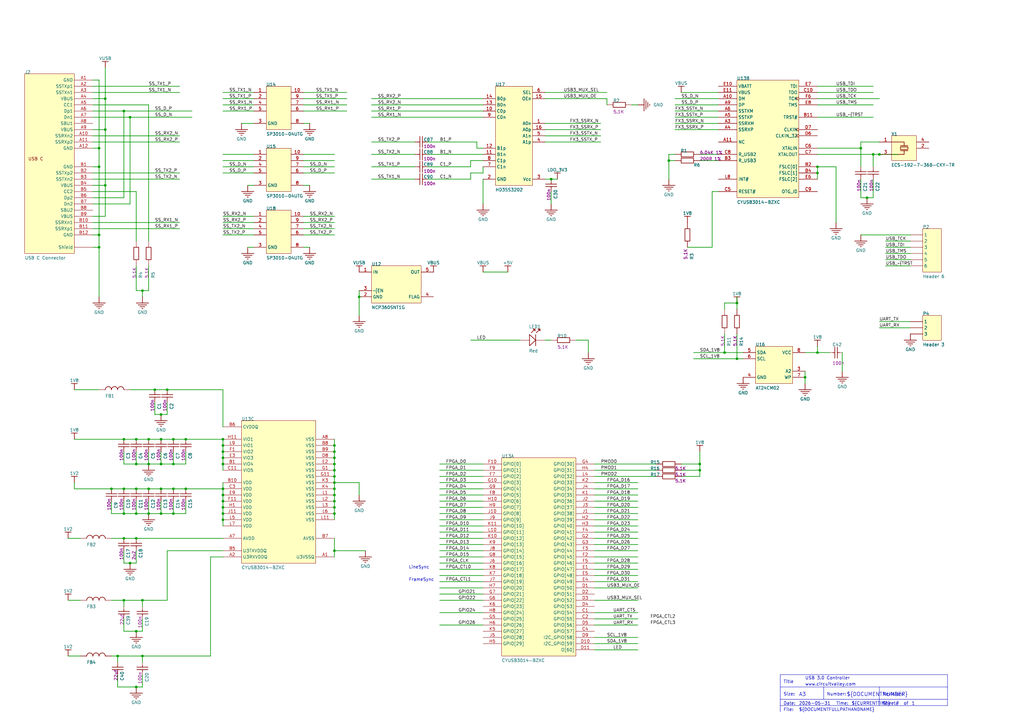
<source format=kicad_sch>
(kicad_sch (version 20211123) (generator eeschema)

  (uuid c8bdfaa1-e034-4286-b9c6-df7a330f3bef)

  (paper "A3")

  

  (junction (at 55.88 200.4822) (diameter 0) (color 0 0 0 0)
    (uuid 03c058f6-3816-4479-ae4b-d74563f4c9ee)
  )
  (junction (at 147.32 121.7422) (diameter 0) (color 0 0 0 0)
    (uuid 050611a8-a56f-4528-b9c2-c0d55fe83fec)
  )
  (junction (at 50.8 180.1622) (diameter 0) (color 0 0 0 0)
    (uuid 17b369eb-c965-4934-9070-88e31fa09ece)
  )
  (junction (at 71.12 200.4822) (diameter 0) (color 0 0 0 0)
    (uuid 1929cdc6-583d-4f93-ab73-697abed50de3)
  )
  (junction (at 91.44 200.4822) (diameter 0) (color 0 0 0 0)
    (uuid 19adf8df-04f5-4a1a-8b08-159281ce10b9)
  )
  (junction (at 137.16 190.3222) (diameter 0) (color 0 0 0 0)
    (uuid 1d74e267-b679-4454-a585-b09f2d8379f8)
  )
  (junction (at 91.44 185.2422) (diameter 0) (color 0 0 0 0)
    (uuid 1fcb5b93-5792-489b-97a8-cd3007b52fb8)
  )
  (junction (at 71.12 210.6422) (diameter 0) (color 0 0 0 0)
    (uuid 20fe6680-6f76-4532-861f-93b13ba580df)
  )
  (junction (at 40.64 101.4222) (diameter 0) (color 0 0 0 0)
    (uuid 214dc9b9-e9a4-4620-8b61-c39fa65ca8f7)
  )
  (junction (at 60.96 200.4822) (diameter 0) (color 0 0 0 0)
    (uuid 240d096c-20ee-46b4-9cdd-0fb309949059)
  )
  (junction (at 66.04 200.4822) (diameter 0) (color 0 0 0 0)
    (uuid 25f37059-8319-4d49-b392-7dd22efe7574)
  )
  (junction (at 53.34 230.9622) (diameter 0) (color 0 0 0 0)
    (uuid 26d17cc4-e996-4818-a553-003e9997e9b3)
  )
  (junction (at 58.42 269.0622) (diameter 0) (color 0 0 0 0)
    (uuid 2b6e7cb4-c921-467a-815d-b507238ce94b)
  )
  (junction (at 335.28 144.6022) (diameter 0) (color 0 0 0 0)
    (uuid 32530a19-9fb5-430b-908c-5f71a9455291)
  )
  (junction (at 287.02 190.3222) (diameter 0) (color 0 0 0 0)
    (uuid 406c8531-d3d1-4fe3-8cae-c0b67344346a)
  )
  (junction (at 50.8 45.5422) (diameter 0) (color 0 0 0 0)
    (uuid 41787b7b-ec31-424d-ba38-d1dc90391926)
  )
  (junction (at 68.58 159.8422) (diameter 0) (color 0 0 0 0)
    (uuid 41acf5b1-429d-401b-88f4-9eda461b8a6d)
  )
  (junction (at 137.16 205.5622) (diameter 0) (color 0 0 0 0)
    (uuid 472e289c-1e74-4b9c-bb4a-1c411e3ee8ad)
  )
  (junction (at 43.18 53.1622) (diameter 0) (color 0 0 0 0)
    (uuid 4a8af81a-915e-4aea-aa02-79d30c7c16a9)
  )
  (junction (at 55.88 190.3222) (diameter 0) (color 0 0 0 0)
    (uuid 4ef0afa9-f574-4ad2-ad73-1d77e92f4835)
  )
  (junction (at 137.16 185.2422) (diameter 0) (color 0 0 0 0)
    (uuid 53bfea6f-2eba-4c3f-87d3-8aaab44ef592)
  )
  (junction (at 66.04 190.3222) (diameter 0) (color 0 0 0 0)
    (uuid 55caffe3-c43b-4673-9441-e59a65e164a9)
  )
  (junction (at 297.18 144.6022) (diameter 0) (color 0 0 0 0)
    (uuid 567dab64-05c5-470f-a72a-1271c525ac4a)
  )
  (junction (at 50.8 210.6422) (diameter 0) (color 0 0 0 0)
    (uuid 58f43a36-6127-4de5-be1b-6021f18598d6)
  )
  (junction (at 302.26 147.1422) (diameter 0) (color 0 0 0 0)
    (uuid 5f095f40-0a42-43ac-8f46-1f16c5424ba5)
  )
  (junction (at 60.96 190.3222) (diameter 0) (color 0 0 0 0)
    (uuid 603f995f-a7a6-48e0-bc6f-16f636c0371f)
  )
  (junction (at 91.44 208.1022) (diameter 0) (color 0 0 0 0)
    (uuid 624858df-80e0-42fa-a3a9-c35e153eda4e)
  )
  (junction (at 91.44 190.3222) (diameter 0) (color 0 0 0 0)
    (uuid 66950240-337e-4906-825a-33b9f7b89ec0)
  )
  (junction (at 76.2 180.1622) (diameter 0) (color 0 0 0 0)
    (uuid 67f8c536-34e1-4464-9b9d-9055a3d4675f)
  )
  (junction (at 53.34 48.0822) (diameter 0) (color 0 0 0 0)
    (uuid 6b3ef3e0-2d67-49f3-aa0b-6fa447319dea)
  )
  (junction (at 50.8 200.4822) (diameter 0) (color 0 0 0 0)
    (uuid 6bd4707e-9f96-4182-a67c-b7655e46e474)
  )
  (junction (at 91.44 213.1822) (diameter 0) (color 0 0 0 0)
    (uuid 6ef2c7a8-9cb7-424e-b446-345c482202a9)
  )
  (junction (at 137.16 187.7822) (diameter 0) (color 0 0 0 0)
    (uuid 744fa16a-a58c-4214-bfbf-ff67e65504c8)
  )
  (junction (at 358.14 63.3222) (diameter 0) (color 0 0 0 0)
    (uuid 7564498d-11ec-4bc6-b765-88569cf1e4f6)
  )
  (junction (at 302.26 124.2822) (diameter 0) (color 0 0 0 0)
    (uuid 778af86a-c3d4-40de-a727-09d3b7bf8a45)
  )
  (junction (at 137.16 200.4822) (diameter 0) (color 0 0 0 0)
    (uuid 78fb69b8-bc4d-4f57-bb20-b299acf2b178)
  )
  (junction (at 91.44 180.1622) (diameter 0) (color 0 0 0 0)
    (uuid 7a154e89-ba69-40f0-b7c9-936ca008950e)
  )
  (junction (at 137.16 208.1022) (diameter 0) (color 0 0 0 0)
    (uuid 7afb63c7-a1af-4c23-8426-2ab4cb6c759e)
  )
  (junction (at 91.44 210.6422) (diameter 0) (color 0 0 0 0)
    (uuid 7ed71e16-ec8a-4c7c-91e7-d5b345242176)
  )
  (junction (at 40.64 96.3422) (diameter 0) (color 0 0 0 0)
    (uuid 7f666aff-5067-4de3-a328-6aaa90d059a3)
  )
  (junction (at 66.04 210.6422) (diameter 0) (color 0 0 0 0)
    (uuid 8059179f-743f-44bf-8938-40cff8121766)
  )
  (junction (at 55.88 210.6422) (diameter 0) (color 0 0 0 0)
    (uuid 81085e94-fade-4a5b-a657-d55bbf922934)
  )
  (junction (at 353.06 60.7822) (diameter 0) (color 0 0 0 0)
    (uuid 8137d92f-6f52-4de0-9f39-710e16344e85)
  )
  (junction (at 137.16 197.9422) (diameter 0) (color 0 0 0 0)
    (uuid 814fbb1a-f937-4d35-b14b-310626c3ebe8)
  )
  (junction (at 137.16 192.8622) (diameter 0) (color 0 0 0 0)
    (uuid 8243bd4e-eb3b-48af-ac88-269894a10773)
  )
  (junction (at 60.96 180.1622) (diameter 0) (color 0 0 0 0)
    (uuid 8636730b-8ce5-4b69-b751-12dfbd529028)
  )
  (junction (at 40.64 68.4022) (diameter 0) (color 0 0 0 0)
    (uuid 885e18c9-6f3d-4ac6-b038-bae1d84237f2)
  )
  (junction (at 335.28 68.4022) (diameter 0) (color 0 0 0 0)
    (uuid 89809427-cafe-4bd2-8d79-3fdf177c492e)
  )
  (junction (at 45.72 200.4822) (diameter 0) (color 0 0 0 0)
    (uuid 8be1f923-7127-455d-93f3-b486940a9096)
  )
  (junction (at 335.28 70.9422) (diameter 0) (color 0 0 0 0)
    (uuid 8d2258d9-4cd4-4f67-8883-6704aa619c79)
  )
  (junction (at 287.02 192.8622) (diameter 0) (color 0 0 0 0)
    (uuid 8d9be82d-46b3-4d30-93c5-5131c4177858)
  )
  (junction (at 58.42 119.2022) (diameter 0) (color 0 0 0 0)
    (uuid 92387fd8-165f-4e63-a0d8-e820a22ba9b2)
  )
  (junction (at 40.64 60.7822) (diameter 0) (color 0 0 0 0)
    (uuid 959c7cf6-06e1-46f9-a409-2389be642214)
  )
  (junction (at 66.04 170.0022) (diameter 0) (color 0 0 0 0)
    (uuid 96c8b913-cb25-4169-9568-026035be1599)
  )
  (junction (at 226.06 73.4822) (diameter 0) (color 0 0 0 0)
    (uuid 992f2625-cc36-4b6d-9ca8-044e888413fc)
  )
  (junction (at 55.88 220.8022) (diameter 0) (color 0 0 0 0)
    (uuid 9c4c3025-611b-417c-985f-82ad68f29319)
  )
  (junction (at 91.44 187.7822) (diameter 0) (color 0 0 0 0)
    (uuid 9f36c5c3-4477-472f-b4e7-1986cfa37a26)
  )
  (junction (at 137.16 195.4022) (diameter 0) (color 0 0 0 0)
    (uuid a1a6c61c-dd8e-4bdf-aa3f-d4e98e95d616)
  )
  (junction (at 137.16 203.0222) (diameter 0) (color 0 0 0 0)
    (uuid a29be28b-f029-4b1c-94fd-c4dab1661140)
  )
  (junction (at 58.42 246.2022) (diameter 0) (color 0 0 0 0)
    (uuid a2d044bf-618f-4be7-94bf-8e93ec980fa6)
  )
  (junction (at 63.5 159.8422) (diameter 0) (color 0 0 0 0)
    (uuid a3a8a1a7-ec39-4cd2-9466-6a4836a4c2b9)
  )
  (junction (at 50.8 220.8022) (diameter 0) (color 0 0 0 0)
    (uuid a3ed0ace-8a0d-48c4-96ca-2b33c74fc2dd)
  )
  (junction (at 274.32 65.8622) (diameter 0) (color 0 0 0 0)
    (uuid a803b883-827e-48db-a4bc-e548189a6290)
  )
  (junction (at 71.12 180.1622) (diameter 0) (color 0 0 0 0)
    (uuid aae1e6a2-d355-44b2-a08e-019a32fc40ec)
  )
  (junction (at 137.16 182.7022) (diameter 0) (color 0 0 0 0)
    (uuid ac3f35e9-5247-4576-b989-45db2718dc4b)
  )
  (junction (at 55.88 281.7622) (diameter 0) (color 0 0 0 0)
    (uuid b421ce51-bc5e-49ac-b1c1-2ea18d54fa89)
  )
  (junction (at 91.44 203.0222) (diameter 0) (color 0 0 0 0)
    (uuid b5bf45cb-5608-496b-8fcf-3076a1d30025)
  )
  (junction (at 137.16 225.8822) (diameter 0) (color 0 0 0 0)
    (uuid bf3cda42-9f2b-4f81-9611-ad487c2227c4)
  )
  (junction (at 330.2 154.7622) (diameter 0) (color 0 0 0 0)
    (uuid c28d8b22-b8d0-4eb4-a9ee-44f2a8994b97)
  )
  (junction (at 360.68 63.3222) (diameter 0) (color 0 0 0 0)
    (uuid c7aeadd2-88ef-42e4-85c7-860352308ee4)
  )
  (junction (at 48.26 269.0622) (diameter 0) (color 0 0 0 0)
    (uuid c8498072-2ba2-47ca-a541-0f674fb8a068)
  )
  (junction (at 355.6 81.1022) (diameter 0) (color 0 0 0 0)
    (uuid c981176a-28c2-43ba-9dce-33182cad9dda)
  )
  (junction (at 60.96 210.6422) (diameter 0) (color 0 0 0 0)
    (uuid ceee26e4-04f4-4fe7-bb80-f1bc0ab7aa2a)
  )
  (junction (at 91.44 182.7022) (diameter 0) (color 0 0 0 0)
    (uuid cf64359a-66b3-46e1-88fc-2a3c4936e586)
  )
  (junction (at 91.44 205.5622) (diameter 0) (color 0 0 0 0)
    (uuid d96767ee-ed2d-4550-9b63-b0f3cfb02a16)
  )
  (junction (at 71.12 190.3222) (diameter 0) (color 0 0 0 0)
    (uuid da909cde-4030-45a5-ad1b-88d50662002d)
  )
  (junction (at 43.18 76.0222) (diameter 0) (color 0 0 0 0)
    (uuid dd47f781-d1e8-4e4c-a087-d7ceb1e04b13)
  )
  (junction (at 50.8 246.2022) (diameter 0) (color 0 0 0 0)
    (uuid e7c49790-1f4d-4cf4-8e5e-3ce754b18110)
  )
  (junction (at 55.88 180.1622) (diameter 0) (color 0 0 0 0)
    (uuid f31c1b7a-0b7f-4348-9d97-7af24cc7b0d0)
  )
  (junction (at 76.2 200.4822) (diameter 0) (color 0 0 0 0)
    (uuid f4a4a701-0382-4292-b64a-c92b1b3902a7)
  )
  (junction (at 43.18 40.4622) (diameter 0) (color 0 0 0 0)
    (uuid f8cdcb20-932f-4825-89e5-9bba6c7e371f)
  )
  (junction (at 55.88 258.9022) (diameter 0) (color 0 0 0 0)
    (uuid fc100c89-2546-471d-be6a-69dc0ebb91ce)
  )
  (junction (at 66.04 180.1622) (diameter 0) (color 0 0 0 0)
    (uuid fdce6007-e1f0-443b-9720-42febf28b535)
  )
  (junction (at 137.16 210.6422) (diameter 0) (color 0 0 0 0)
    (uuid fef18033-58e5-43ab-8f30-25d4a1426a80)
  )

  (wire (pts (xy 55.88 180.1622) (xy 50.8 180.1622))
    (stroke (width 0.254) (type default) (color 0 0 0 0))
    (uuid 00e7082e-f0f9-44c3-81a7-9ba70f165fe1)
  )
  (wire (pts (xy 38.1 73.4822) (xy 73.66 73.4822))
    (stroke (width 0.254) (type default) (color 0 0 0 0))
    (uuid 01d9830a-5b57-46b2-b544-3eb1f179fda4)
  )
  (wire (pts (xy 40.64 101.4222) (xy 38.1 101.4222))
    (stroke (width 0.254) (type default) (color 0 0 0 0))
    (uuid 023bf649-994e-4af6-8b33-c94b226fce4c)
  )
  (wire (pts (xy 276.86 65.8622) (xy 274.32 65.8622))
    (stroke (width 0.254) (type default) (color 0 0 0 0))
    (uuid 03135b83-5cc7-45d1-9b52-ff1ccb737776)
  )
  (wire (pts (xy 180.34 197.9422) (xy 198.12 197.9422))
    (stroke (width 0.254) (type default) (color 0 0 0 0))
    (uuid 0315dd1c-b016-40dd-9d24-bfb9a2c6dad5)
  )
  (wire (pts (xy 304.8 147.1422) (xy 302.26 147.1422))
    (stroke (width 0.254) (type default) (color 0 0 0 0))
    (uuid 0590ede8-b9ab-4b93-ac5a-a04e845ed678)
  )
  (wire (pts (xy 180.34 192.8622) (xy 198.12 192.8622))
    (stroke (width 0.254) (type default) (color 0 0 0 0))
    (uuid 06bf57ea-a2a1-493a-bd4d-6b84c59a8872)
  )
  (wire (pts (xy 71.12 210.6422) (xy 66.04 210.6422))
    (stroke (width 0.254) (type default) (color 0 0 0 0))
    (uuid 08ac919f-679b-4053-8d30-d92901816b05)
  )
  (wire (pts (xy 213.36 139.5222) (xy 193.04 139.5222))
    (stroke (width 0.254) (type default) (color 0 0 0 0))
    (uuid 099abfec-9d8f-492b-82af-46c620e8030c)
  )
  (wire (pts (xy 243.84 208.1022) (xy 261.62 208.1022))
    (stroke (width 0.254) (type default) (color 0 0 0 0))
    (uuid 09a12ce8-03a8-498c-97fe-577ad38ce195)
  )
  (wire (pts (xy 373.38 134.4422) (xy 360.68 134.4422))
    (stroke (width 0.254) (type default) (color 0 0 0 0))
    (uuid 09f086cc-87bd-453f-839c-32ccf86d45e7)
  )
  (wire (pts (xy 261.62 200.4822) (xy 243.84 200.4822))
    (stroke (width 0.254) (type default) (color 0 0 0 0))
    (uuid 0d748465-e301-477c-bf26-0a88c2aab183)
  )
  (wire (pts (xy 76.2 185.2422) (xy 76.2 190.3222))
    (stroke (width 0.254) (type default) (color 0 0 0 0))
    (uuid 0db25fe1-ad4c-4a0a-8000-e84822708fbc)
  )
  (wire (pts (xy 40.64 32.8422) (xy 38.1 32.8422))
    (stroke (width 0.254) (type default) (color 0 0 0 0))
    (uuid 0e2fa16f-f25d-4565-9dd6-a7cd9ffd0b44)
  )
  (wire (pts (xy 335.28 43.0022) (xy 358.14 43.0022))
    (stroke (width 0.254) (type default) (color 0 0 0 0))
    (uuid 0ea685bb-a69e-4e76-9e8f-f947ab245710)
  )
  (wire (pts (xy 38.1 93.8022) (xy 73.66 93.8022))
    (stroke (width 0.254) (type default) (color 0 0 0 0))
    (uuid 0ed4941f-ec1a-4b83-aeee-52bf6439f7ef)
  )
  (wire (pts (xy 353.06 81.1022) (xy 355.6 81.1022))
    (stroke (width 0.254) (type default) (color 0 0 0 0))
    (uuid 10324c89-3b3a-4820-8026-d649cf223559)
  )
  (wire (pts (xy 353.06 60.7822) (xy 353.06 58.2422))
    (stroke (width 0.254) (type default) (color 0 0 0 0))
    (uuid 10a82c9d-0a99-4211-9904-de8ef8a860cc)
  )
  (wire (pts (xy 198.12 205.5622) (xy 180.34 205.5622))
    (stroke (width 0.254) (type default) (color 0 0 0 0))
    (uuid 10e3fabd-5bca-446b-838e-d122977e62de)
  )
  (wire (pts (xy 243.84 195.4022) (xy 269.24 195.4022))
    (stroke (width 0.254) (type default) (color 0 0 0 0))
    (uuid 1176df6e-6450-4389-a58c-d952554c200b)
  )
  (wire (pts (xy 137.16 200.4822) (xy 137.16 197.9422))
    (stroke (width 0.254) (type default) (color 0 0 0 0))
    (uuid 11faf628-cecd-446f-93d6-751be948d060)
  )
  (wire (pts (xy 43.18 40.4622) (xy 43.18 27.7622))
    (stroke (width 0.254) (type default) (color 0 0 0 0))
    (uuid 12d9acb9-6e0f-4272-8630-2ada2551c8ed)
  )
  (wire (pts (xy 198.12 190.3222) (xy 180.34 190.3222))
    (stroke (width 0.254) (type default) (color 0 0 0 0))
    (uuid 1325a681-75c4-48b3-a967-64983f1cae9c)
  )
  (wire (pts (xy 66.04 190.3222) (xy 66.04 185.2422))
    (stroke (width 0.254) (type default) (color 0 0 0 0))
    (uuid 1576ebd8-4a07-45d3-8af4-08bcb149cc84)
  )
  (wire (pts (xy 198.12 241.1222) (xy 180.34 241.1222))
    (stroke (width 0.254) (type default) (color 0 0 0 0))
    (uuid 15b3f3b7-443c-48a4-a3b2-37492218ddf7)
  )
  (wire (pts (xy 137.16 197.9422) (xy 137.16 195.4022))
    (stroke (width 0.254) (type default) (color 0 0 0 0))
    (uuid 16a847e5-0413-453b-8925-9ce7c0bf9d24)
  )
  (wire (pts (xy 55.88 200.4822) (xy 60.96 200.4822))
    (stroke (width 0.254) (type default) (color 0 0 0 0))
    (uuid 16cf9d9a-0c9a-4427-af30-de42bfaf920d)
  )
  (wire (pts (xy 50.8 180.1622) (xy 30.48 180.1622))
    (stroke (width 0.254) (type default) (color 0 0 0 0))
    (uuid 16e653a5-0839-4225-ba95-23a8a1d1d918)
  )
  (wire (pts (xy 330.2 154.7622) (xy 330.2 152.2222))
    (stroke (width 0.254) (type default) (color 0 0 0 0))
    (uuid 1707649c-62b5-487d-b894-06adc6000fa3)
  )
  (wire (pts (xy 180.34 238.5822) (xy 198.12 238.5822))
    (stroke (width 0.254) (type default) (color 0 0 0 0))
    (uuid 18ede4ff-b668-41c3-a3c4-ccbbfc10b91b)
  )
  (wire (pts (xy 38.1 58.2422) (xy 73.66 58.2422))
    (stroke (width 0.254) (type default) (color 0 0 0 0))
    (uuid 1b81cb30-2b8b-4843-bb48-7986e9eaf967)
  )
  (wire (pts (xy 124.46 40.4622) (xy 142.24 40.4622))
    (stroke (width 0.254) (type default) (color 0 0 0 0))
    (uuid 1d292a01-6818-4cd9-a806-484ab2fe47ea)
  )
  (wire (pts (xy 50.8 200.4822) (xy 55.88 200.4822))
    (stroke (width 0.254) (type default) (color 0 0 0 0))
    (uuid 1d3546ee-73b4-4348-b846-268b322a773f)
  )
  (wire (pts (xy 127 50.6222) (xy 124.46 50.6222))
    (stroke (width 0.254) (type default) (color 0 0 0 0))
    (uuid 1e010fdb-dc89-48c3-bab3-c33c8334cdf5)
  )
  (wire (pts (xy 48.26 269.0622) (xy 58.42 269.0622))
    (stroke (width 0.254) (type default) (color 0 0 0 0))
    (uuid 1e41b56e-184b-44b9-95de-37fc6351cb84)
  )
  (wire (pts (xy 124.46 93.8022) (xy 137.16 93.8022))
    (stroke (width 0.254) (type default) (color 0 0 0 0))
    (uuid 1ea1fec2-6e2a-4422-805e-234f0c946768)
  )
  (wire (pts (xy 55.88 210.6422) (xy 60.96 210.6422))
    (stroke (width 0.254) (type default) (color 0 0 0 0))
    (uuid 1fa61e69-c6c5-4507-b4a4-43dc014e4463)
  )
  (wire (pts (xy 137.16 182.7022) (xy 137.16 180.1622))
    (stroke (width 0.254) (type default) (color 0 0 0 0))
    (uuid 200b64ba-f3c8-4791-9ff3-85b44224bff3)
  )
  (wire (pts (xy 58.42 253.8222) (xy 58.42 258.9022))
    (stroke (width 0.254) (type default) (color 0 0 0 0))
    (uuid 2037c03e-277d-4ec5-ab63-2f7e8cecd042)
  )
  (wire (pts (xy 335.28 60.7822) (xy 353.06 60.7822))
    (stroke (width 0.254) (type default) (color 0 0 0 0))
    (uuid 20534be5-9fe0-4d3f-b4ee-bb138610487e)
  )
  (wire (pts (xy 127 101.4222) (xy 124.46 101.4222))
    (stroke (width 0.254) (type default) (color 0 0 0 0))
    (uuid 2059a69a-ff27-42b5-8f0a-c5f3d56e159e)
  )
  (wire (pts (xy 43.18 53.1622) (xy 38.1 53.1622))
    (stroke (width 0.254) (type default) (color 0 0 0 0))
    (uuid 22e4c868-433c-48b6-a4ed-4ad42f453481)
  )
  (wire (pts (xy 91.44 187.7822) (xy 91.44 185.2422))
    (stroke (width 0.254) (type default) (color 0 0 0 0))
    (uuid 23a04d3e-d88f-4046-91f3-434515ce432c)
  )
  (wire (pts (xy 261.62 215.7222) (xy 243.84 215.7222))
    (stroke (width 0.254) (type default) (color 0 0 0 0))
    (uuid 23c8a909-753e-4284-a352-e0890acb28e4)
  )
  (polyline (pts (xy 360.68 281.7622) (xy 360.68 289.3822))
    (stroke (width 0) (type solid) (color 0 0 0 0))
    (uuid 23f6ba82-acd5-4fa4-a624-faa3da84d7b2)
  )

  (wire (pts (xy 127 76.0222) (xy 124.46 76.0222))
    (stroke (width 0.254) (type default) (color 0 0 0 0))
    (uuid 24135f19-be0a-405c-ad7d-57e0eb494d07)
  )
  (wire (pts (xy 91.44 159.8422) (xy 91.44 175.0822))
    (stroke (width 0.254) (type default) (color 0 0 0 0))
    (uuid 244c1d93-075d-4924-bc11-ea6e83276747)
  )
  (wire (pts (xy 40.64 60.7822) (xy 38.1 60.7822))
    (stroke (width 0.254) (type default) (color 0 0 0 0))
    (uuid 247f3715-c6a2-4478-8d7a-8e5b0e0305fa)
  )
  (wire (pts (xy 335.28 63.3222) (xy 358.14 63.3222))
    (stroke (width 0.254) (type default) (color 0 0 0 0))
    (uuid 24dd5abf-2683-413d-bc4b-b5f481d929ba)
  )
  (wire (pts (xy 66.04 200.4822) (xy 71.12 200.4822))
    (stroke (width 0.254) (type default) (color 0 0 0 0))
    (uuid 263cdf95-ab4a-496d-986e-302f809d4e0a)
  )
  (wire (pts (xy 43.18 76.0222) (xy 38.1 76.0222))
    (stroke (width 0.254) (type default) (color 0 0 0 0))
    (uuid 2686a3b3-6b2e-4a12-bbe2-83e6f5617c73)
  )
  (wire (pts (xy 198.12 236.0422) (xy 180.34 236.0422))
    (stroke (width 0.254) (type default) (color 0 0 0 0))
    (uuid 26dc9e75-d83c-4c9b-ae8b-9ce51579381b)
  )
  (wire (pts (xy 50.8 45.5422) (xy 50.8 81.1022))
    (stroke (width 0.254) (type default) (color 0 0 0 0))
    (uuid 27203d74-9ead-435d-bf88-42ff651265b2)
  )
  (wire (pts (xy 104.14 37.9222) (xy 91.44 37.9222))
    (stroke (width 0.254) (type default) (color 0 0 0 0))
    (uuid 28e58ebd-e01a-4d14-9d88-9d2767d30bc4)
  )
  (wire (pts (xy 91.44 225.8822) (xy 68.58 225.8822))
    (stroke (width 0.254) (type default) (color 0 0 0 0))
    (uuid 29113afa-684a-4250-8f33-9dcb1ea5c5a6)
  )
  (wire (pts (xy 137.16 228.4222) (xy 137.16 225.8822))
    (stroke (width 0.254) (type default) (color 0 0 0 0))
    (uuid 2978e537-feb9-4d4b-aa23-03036477d2d2)
  )
  (wire (pts (xy 302.26 124.2822) (xy 297.18 124.2822))
    (stroke (width 0.254) (type default) (color 0 0 0 0))
    (uuid 2b9c80d3-866c-4938-ab91-29b721de5d43)
  )
  (wire (pts (xy 48.26 281.7622) (xy 55.88 281.7622))
    (stroke (width 0.254) (type default) (color 0 0 0 0))
    (uuid 2de6fbe2-b646-4a70-9fe8-103ab09b0720)
  )
  (wire (pts (xy 292.1 101.4222) (xy 281.94 101.4222))
    (stroke (width 0.254) (type default) (color 0 0 0 0))
    (uuid 2dfbf3f6-2784-42cb-a30c-5ed80fad12d9)
  )
  (wire (pts (xy 104.14 93.8022) (xy 91.44 93.8022))
    (stroke (width 0.254) (type default) (color 0 0 0 0))
    (uuid 2e41f707-97f1-4ae0-a409-85230811b580)
  )
  (wire (pts (xy 137.16 187.7822) (xy 137.16 185.2422))
    (stroke (width 0.254) (type default) (color 0 0 0 0))
    (uuid 2e6d6a6a-27b2-413c-8449-1b26ecd838b6)
  )
  (wire (pts (xy 60.96 190.3222) (xy 60.96 185.2422))
    (stroke (width 0.254) (type default) (color 0 0 0 0))
    (uuid 2eb7e14d-f90b-4f87-9189-b2f57c1039dd)
  )
  (wire (pts (xy 43.18 40.4622) (xy 43.18 53.1622))
    (stroke (width 0.254) (type default) (color 0 0 0 0))
    (uuid 308ed82c-1415-4a7b-a801-8ea98df7828e)
  )
  (wire (pts (xy 302.26 136.9822) (xy 302.26 147.1422))
    (stroke (width 0.254) (type default) (color 0 0 0 0))
    (uuid 30a270d3-11e5-41a7-87b8-49cfa6e1102b)
  )
  (wire (pts (xy 261.62 236.0422) (xy 243.84 236.0422))
    (stroke (width 0.254) (type default) (color 0 0 0 0))
    (uuid 31740402-11f4-4d5b-9143-42b168491c34)
  )
  (polyline (pts (xy 320.04 286.8422) (xy 388.62 286.8422))
    (stroke (width 0) (type solid) (color 0 0 0 0))
    (uuid 32147d69-509d-4e7e-83d4-4299cb0d9682)
  )

  (wire (pts (xy 38.1 96.3422) (xy 40.64 96.3422))
    (stroke (width 0.254) (type default) (color 0 0 0 0))
    (uuid 32cb2594-8a63-44ab-bfc4-a0a146b12c2d)
  )
  (wire (pts (xy 124.46 37.9222) (xy 142.24 37.9222))
    (stroke (width 0.254) (type default) (color 0 0 0 0))
    (uuid 339eadfc-ad4c-4f59-b226-5a0d2118aa4c)
  )
  (wire (pts (xy 137.16 208.1022) (xy 137.16 205.5622))
    (stroke (width 0.254) (type default) (color 0 0 0 0))
    (uuid 33e8105c-91d2-49fd-bd31-c8fd6c1f1d4e)
  )
  (wire (pts (xy 243.84 266.5222) (xy 261.62 266.5222))
    (stroke (width 0.254) (type default) (color 0 0 0 0))
    (uuid 34a81430-6404-463d-b755-27c4721cebef)
  )
  (wire (pts (xy 53.34 83.6422) (xy 53.34 48.0822))
    (stroke (width 0.254) (type default) (color 0 0 0 0))
    (uuid 34daaa66-f7cd-4589-9c94-246ff6bca42d)
  )
  (wire (pts (xy 91.44 192.8622) (xy 91.44 190.3222))
    (stroke (width 0.254) (type default) (color 0 0 0 0))
    (uuid 36fdd8bb-3807-457e-ab11-df4de0ff1b17)
  )
  (wire (pts (xy 198.12 48.0822) (xy 152.4 48.0822))
    (stroke (width 0.254) (type default) (color 0 0 0 0))
    (uuid 375a7ef7-cb52-4a70-a33b-4fef86ab0470)
  )
  (wire (pts (xy 287.02 192.8622) (xy 287.02 195.4022))
    (stroke (width 0.254) (type default) (color 0 0 0 0))
    (uuid 378519f3-6e0d-4e81-9662-09fcfa118077)
  )
  (wire (pts (xy 226.06 83.6422) (xy 226.06 78.5622))
    (stroke (width 0.254) (type default) (color 0 0 0 0))
    (uuid 39045e2c-b545-483c-b7c2-7d9ea4f86da0)
  )
  (wire (pts (xy 58.42 246.2022) (xy 50.8 246.2022))
    (stroke (width 0.254) (type default) (color 0 0 0 0))
    (uuid 3a50aa8a-8c52-4111-bb6b-f01bbd08a510)
  )
  (wire (pts (xy 175.26 73.4822) (xy 193.04 73.4822))
    (stroke (width 0.254) (type default) (color 0 0 0 0))
    (uuid 3acea341-b973-49c7-b196-a14b2267eec1)
  )
  (wire (pts (xy 104.14 45.5422) (xy 91.44 45.5422))
    (stroke (width 0.254) (type default) (color 0 0 0 0))
    (uuid 3ae35bca-fc42-4270-8707-92211e515c79)
  )
  (wire (pts (xy 198.12 215.7222) (xy 180.34 215.7222))
    (stroke (width 0.254) (type default) (color 0 0 0 0))
    (uuid 3af42c83-166b-4141-be05-73b838c62aaa)
  )
  (wire (pts (xy 53.34 159.8422) (xy 63.5 159.8422))
    (stroke (width 0.254) (type default) (color 0 0 0 0))
    (uuid 3c7b2232-62d9-4446-97b5-aee764ce8d05)
  )
  (wire (pts (xy 53.34 230.9622) (xy 55.88 230.9622))
    (stroke (width 0.254) (type default) (color 0 0 0 0))
    (uuid 3d3dab84-66ee-4b7c-a3c0-6037532b8218)
  )
  (wire (pts (xy 48.26 271.6022) (xy 48.26 269.0622))
    (stroke (width 0.254) (type default) (color 0 0 0 0))
    (uuid 3e60de92-5678-47d8-bc5c-d435d11b38bd)
  )
  (wire (pts (xy 261.62 230.9622) (xy 243.84 230.9622))
    (stroke (width 0.254) (type default) (color 0 0 0 0))
    (uuid 3f1f73e0-9b20-4a52-a70b-ef5a7758189a)
  )
  (wire (pts (xy 68.58 170.0022) (xy 68.58 164.9222))
    (stroke (width 0.254) (type default) (color 0 0 0 0))
    (uuid 3f8cdea2-acc6-4f36-aa4d-9c0969d25eb2)
  )
  (wire (pts (xy 76.2 180.1622) (xy 71.12 180.1622))
    (stroke (width 0.254) (type default) (color 0 0 0 0))
    (uuid 3ff90ce1-ba66-4607-ace5-7b1601292367)
  )
  (wire (pts (xy 50.8 225.8822) (xy 50.8 230.9622))
    (stroke (width 0.254) (type default) (color 0 0 0 0))
    (uuid 403737a6-ed2f-4ff1-872c-5bc84f82f763)
  )
  (wire (pts (xy 50.8 253.8222) (xy 50.8 258.9022))
    (stroke (width 0.254) (type default) (color 0 0 0 0))
    (uuid 408d9c35-2906-45ea-8882-1d07ff7046e2)
  )
  (wire (pts (xy 335.28 35.3822) (xy 358.14 35.3822))
    (stroke (width 0.254) (type default) (color 0 0 0 0))
    (uuid 409720a9-de54-46e1-bc2c-3e6ac800cfbe)
  )
  (wire (pts (xy 198.12 40.4622) (xy 152.4 40.4622))
    (stroke (width 0.254) (type default) (color 0 0 0 0))
    (uuid 41aee8bc-dd8e-4c14-bfaa-433bc4b5debc)
  )
  (wire (pts (xy 195.58 60.7822) (xy 195.58 58.2422))
    (stroke (width 0.254) (type default) (color 0 0 0 0))
    (uuid 41bddc02-6a1c-491a-91f6-447690a1640e)
  )
  (wire (pts (xy 68.58 246.2022) (xy 58.42 246.2022))
    (stroke (width 0.254) (type default) (color 0 0 0 0))
    (uuid 41c12955-f764-43b0-885f-c60365d390c5)
  )
  (wire (pts (xy 180.34 203.0222) (xy 198.12 203.0222))
    (stroke (width 0.254) (type default) (color 0 0 0 0))
    (uuid 41d09b82-d765-4f3a-b0b2-d5bc9600ec59)
  )
  (wire (pts (xy 170.18 63.3222) (xy 152.4 63.3222))
    (stroke (width 0.254) (type default) (color 0 0 0 0))
    (uuid 41ebc379-fe3f-4c1f-adf9-e9ff05d88b8e)
  )
  (wire (pts (xy 261.62 225.8822) (xy 243.84 225.8822))
    (stroke (width 0.254) (type default) (color 0 0 0 0))
    (uuid 42cb8098-7faf-45ef-9989-80ddaa7b4e0c)
  )
  (wire (pts (xy 193.04 70.9422) (xy 198.12 70.9422))
    (stroke (width 0.254) (type default) (color 0 0 0 0))
    (uuid 45210c1e-661b-450c-ad90-b7556737788a)
  )
  (wire (pts (xy 335.28 73.4822) (xy 335.28 70.9422))
    (stroke (width 0.254) (type default) (color 0 0 0 0))
    (uuid 4613da8a-225a-4984-b30f-45e51ae8f6cd)
  )
  (wire (pts (xy 248.92 40.4622) (xy 223.52 40.4622))
    (stroke (width 0.254) (type default) (color 0 0 0 0))
    (uuid 46227570-c15c-4da7-90e5-c36e4ab89545)
  )
  (wire (pts (xy 91.44 200.4822) (xy 91.44 197.9422))
    (stroke (width 0.254) (type default) (color 0 0 0 0))
    (uuid 47d81e8d-818e-48e0-9bec-9e8a62463a80)
  )
  (wire (pts (xy 45.72 205.5622) (xy 45.72 210.6422))
    (stroke (width 0.254) (type default) (color 0 0 0 0))
    (uuid 47e61fce-a11e-4276-ad08-8ba1ac3ef861)
  )
  (wire (pts (xy 48.26 276.6822) (xy 48.26 281.7622))
    (stroke (width 0.254) (type default) (color 0 0 0 0))
    (uuid 481aaaf9-c073-4a51-a90c-c943ca335c23)
  )
  (wire (pts (xy 198.12 200.4822) (xy 180.34 200.4822))
    (stroke (width 0.254) (type default) (color 0 0 0 0))
    (uuid 488bcb22-734c-4e0a-b805-af9dbbec8fc6)
  )
  (wire (pts (xy 373.38 109.0422) (xy 363.22 109.0422))
    (stroke (width 0.254) (type default) (color 0 0 0 0))
    (uuid 4959688f-afa6-4577-906c-3b57ff63fe35)
  )
  (wire (pts (xy 302.26 121.7422) (xy 302.26 124.2822))
    (stroke (width 0.254) (type default) (color 0 0 0 0))
    (uuid 4b09c9bb-cdf0-4676-aecf-7ffad09a80ca)
  )
  (wire (pts (xy 124.46 88.7222) (xy 137.16 88.7222))
    (stroke (width 0.254) (type default) (color 0 0 0 0))
    (uuid 4c0bdbcb-a239-4805-bf91-c3f9b1ae97b8)
  )
  (wire (pts (xy 50.8 246.2022) (xy 45.72 246.2022))
    (stroke (width 0.254) (type default) (color 0 0 0 0))
    (uuid 4c7676d8-8646-42e5-bd38-0cc8cb207c40)
  )
  (wire (pts (xy 292.1 78.5622) (xy 292.1 101.4222))
    (stroke (width 0.254) (type default) (color 0 0 0 0))
    (uuid 4d3d0cbc-800d-4650-a60f-d4d85ea7af74)
  )
  (wire (pts (xy 170.18 68.4022) (xy 152.4 68.4022))
    (stroke (width 0.254) (type default) (color 0 0 0 0))
    (uuid 4d3fe120-0962-4b71-9cc8-cb42073e7606)
  )
  (wire (pts (xy 236.22 139.5222) (xy 241.3 139.5222))
    (stroke (width 0.254) (type default) (color 0 0 0 0))
    (uuid 4d8b492f-a446-44f4-bb27-fcc6d643682c)
  )
  (wire (pts (xy 50.8 45.5422) (xy 78.74 45.5422))
    (stroke (width 0.254) (type default) (color 0 0 0 0))
    (uuid 4fdbcd29-1a8d-48b1-8ac4-a943ce5b574d)
  )
  (wire (pts (xy 104.14 88.7222) (xy 91.44 88.7222))
    (stroke (width 0.254) (type default) (color 0 0 0 0))
    (uuid 4ff78450-606c-482c-880e-7513af1742f8)
  )
  (wire (pts (xy 287.02 63.3222) (xy 294.64 63.3222))
    (stroke (width 0.254) (type default) (color 0 0 0 0))
    (uuid 5037220f-dfd7-4efd-9e5d-2cb8cf2a9a5a)
  )
  (wire (pts (xy 91.44 182.7022) (xy 91.44 180.1622))
    (stroke (width 0.254) (type default) (color 0 0 0 0))
    (uuid 50877541-6795-42a1-bbe2-abe2dce78718)
  )
  (wire (pts (xy 40.64 60.7822) (xy 40.64 32.8422))
    (stroke (width 0.254) (type default) (color 0 0 0 0))
    (uuid 5089b14c-d657-4616-83e9-83e98dc206fe)
  )
  (wire (pts (xy 360.68 63.3222) (xy 368.3 63.3222))
    (stroke (width 0.254) (type default) (color 0 0 0 0))
    (uuid 510b0971-4989-49dd-8679-c867bc23345a)
  )
  (wire (pts (xy 198.12 243.6622) (xy 180.34 243.6622))
    (stroke (width 0.254) (type default) (color 0 0 0 0))
    (uuid 51c8dbe0-cb62-4d36-a8fd-fddd661800f8)
  )
  (wire (pts (xy 373.38 106.5022) (xy 363.22 106.5022))
    (stroke (width 0.254) (type default) (color 0 0 0 0))
    (uuid 52356ec1-4dbc-4aed-93b5-26f21b5839f1)
  )
  (wire (pts (xy 55.88 109.0422) (xy 55.88 119.2022))
    (stroke (width 0.254) (type default) (color 0 0 0 0))
    (uuid 53dda443-2710-4974-a729-eb43ba034133)
  )
  (wire (pts (xy 50.8 230.9622) (xy 53.34 230.9622))
    (stroke (width 0.254) (type default) (color 0 0 0 0))
    (uuid 544f487f-680c-450c-b49a-ee4f6895f14f)
  )
  (wire (pts (xy 180.34 218.2622) (xy 198.12 218.2622))
    (stroke (width 0.254) (type default) (color 0 0 0 0))
    (uuid 54f1abb8-7559-4f41-bd43-45614a844713)
  )
  (wire (pts (xy 373.38 103.9622) (xy 363.22 103.9622))
    (stroke (width 0.254) (type default) (color 0 0 0 0))
    (uuid 562a2837-678d-4666-8cbb-84ca4159f318)
  )
  (wire (pts (xy 180.34 208.1022) (xy 198.12 208.1022))
    (stroke (width 0.254) (type default) (color 0 0 0 0))
    (uuid 5664ddc0-b0c0-4080-a70b-b16c0dd9b799)
  )
  (wire (pts (xy 40.64 68.4022) (xy 40.64 60.7822))
    (stroke (width 0.254) (type default) (color 0 0 0 0))
    (uuid 5687737a-db59-4d0f-9f52-964ffba9450c)
  )
  (wire (pts (xy 198.12 111.5822) (xy 208.28 111.5822))
    (stroke (width 0.254) (type default) (color 0 0 0 0))
    (uuid 572123d1-b9c3-454a-91b0-f0b19b0a66e6)
  )
  (wire (pts (xy 170.18 58.2422) (xy 152.4 58.2422))
    (stroke (width 0.254) (type default) (color 0 0 0 0))
    (uuid 575ee81d-337f-42a6-be35-5bdbd601bbe3)
  )
  (wire (pts (xy 228.6 73.4822) (xy 226.06 73.4822))
    (stroke (width 0.254) (type default) (color 0 0 0 0))
    (uuid 579e60a3-61c5-4186-b7f3-c72ea55957e7)
  )
  (wire (pts (xy 294.64 50.6222) (xy 276.86 50.6222))
    (stroke (width 0.254) (type default) (color 0 0 0 0))
    (uuid 581c93b2-c6ef-4a37-abdf-b68ca6fe7c8b)
  )
  (wire (pts (xy 274.32 65.8622) (xy 274.32 63.3222))
    (stroke (width 0.254) (type default) (color 0 0 0 0))
    (uuid 589f8330-b08b-458d-8fdd-de326dda2266)
  )
  (wire (pts (xy 91.44 180.1622) (xy 76.2 180.1622))
    (stroke (width 0.254) (type default) (color 0 0 0 0))
    (uuid 589fbb6b-d364-42ab-923f-33ba1357f8c1)
  )
  (wire (pts (xy 243.84 246.2022) (xy 261.62 246.2022))
    (stroke (width 0.254) (type default) (color 0 0 0 0))
    (uuid 59116931-02db-4c5b-a41c-03dd06a8100a)
  )
  (wire (pts (xy 261.62 251.2822) (xy 243.84 251.2822))
    (stroke (width 0.254) (type default) (color 0 0 0 0))
    (uuid 59dafd04-db01-4121-9092-2de324f1cec5)
  )
  (wire (pts (xy 137.16 197.9422) (xy 147.32 197.9422))
    (stroke (width 0.254) (type default) (color 0 0 0 0))
    (uuid 5a11bab4-5818-4a63-8b9c-637a38e6567d)
  )
  (wire (pts (xy 124.46 91.2622) (xy 137.16 91.2622))
    (stroke (width 0.254) (type default) (color 0 0 0 0))
    (uuid 5a4d3333-a12c-4a50-adc8-ef908a9ccb9e)
  )
  (wire (pts (xy 40.64 96.3422) (xy 40.64 68.4022))
    (stroke (width 0.254) (type default) (color 0 0 0 0))
    (uuid 5bd6c98e-47cb-42a0-91b6-98ef5d69cb76)
  )
  (wire (pts (xy 91.44 63.3222) (xy 104.14 63.3222))
    (stroke (width 0.254) (type default) (color 0 0 0 0))
    (uuid 5c5d817f-af68-4a1a-b5d1-c5e6b58e1fee)
  )
  (wire (pts (xy 50.8 220.8022) (xy 45.72 220.8022))
    (stroke (width 0.254) (type default) (color 0 0 0 0))
    (uuid 5da5552a-a9eb-4805-8367-d67d666ff1f9)
  )
  (wire (pts (xy 73.66 55.7022) (xy 38.1 55.7022))
    (stroke (width 0.254) (type default) (color 0 0 0 0))
    (uuid 5e7b27e7-e85f-43d4-bf70-dfee9c90f8ec)
  )
  (polyline (pts (xy 320.04 276.6822) (xy 320.04 291.9222))
    (stroke (width 0) (type solid) (color 0 0 0 0))
    (uuid 5ef01904-e1e4-48d7-9af0-d962021d0321)
  )

  (wire (pts (xy 30.48 200.4822) (xy 45.72 200.4822))
    (stroke (width 0.254) (type default) (color 0 0 0 0))
    (uuid 5f80fd29-534b-4536-9f58-558ef149eb36)
  )
  (wire (pts (xy 198.12 45.5422) (xy 152.4 45.5422))
    (stroke (width 0.254) (type default) (color 0 0 0 0))
    (uuid 602fcca2-66b0-4d6b-bd0c-3bf638a5c83c)
  )
  (wire (pts (xy 66.04 190.3222) (xy 60.96 190.3222))
    (stroke (width 0.254) (type default) (color 0 0 0 0))
    (uuid 62147b66-e116-498b-b924-692e824c26f3)
  )
  (wire (pts (xy 58.42 269.0622) (xy 58.42 271.6022))
    (stroke (width 0.254) (type default) (color 0 0 0 0))
    (uuid 628bef2b-e01b-4afb-91d0-991c73ccac06)
  )
  (wire (pts (xy 294.64 43.0022) (xy 276.86 43.0022))
    (stroke (width 0.254) (type default) (color 0 0 0 0))
    (uuid 635cde14-4d09-4009-9f79-ba76c199830a)
  )
  (polyline (pts (xy 388.62 276.6822) (xy 320.04 276.6822))
    (stroke (width 0) (type solid) (color 0 0 0 0))
    (uuid 63bb2f16-dce3-4086-a107-174a7117cc76)
  )

  (wire (pts (xy 297.18 136.9822) (xy 297.18 144.6022))
    (stroke (width 0.254) (type default) (color 0 0 0 0))
    (uuid 64a64c52-1eb3-4519-98a0-04eb04c0f94a)
  )
  (wire (pts (xy 259.08 43.0022) (xy 261.62 43.0022))
    (stroke (width 0.254) (type default) (color 0 0 0 0))
    (uuid 64b2806d-c513-427f-853d-d3106b48f2ed)
  )
  (wire (pts (xy 180.34 213.1822) (xy 198.12 213.1822))
    (stroke (width 0.254) (type default) (color 0 0 0 0))
    (uuid 6648b567-11ad-4f9a-a72c-8a8537932e4f)
  )
  (wire (pts (xy 76.2 190.3222) (xy 71.12 190.3222))
    (stroke (width 0.254) (type default) (color 0 0 0 0))
    (uuid 66d1207a-9d56-4937-b4d1-313dba8495c3)
  )
  (wire (pts (xy 287.02 185.2422) (xy 287.02 190.3222))
    (stroke (width 0.254) (type default) (color 0 0 0 0))
    (uuid 672a9d70-e14b-4011-a9c2-54b9dbd69f47)
  )
  (wire (pts (xy 66.04 210.6422) (xy 66.04 205.5622))
    (stroke (width 0.254) (type default) (color 0 0 0 0))
    (uuid 6758a3fe-ea5f-469d-9592-0fd75121b5bf)
  )
  (polyline (pts (xy 363.22 289.3822) (xy 388.62 289.3822))
    (stroke (width 0) (type solid) (color 0 0 0 0))
    (uuid 68da7918-234a-44d2-88a4-92111a38c024)
  )

  (wire (pts (xy 55.88 78.5622) (xy 55.88 98.8822))
    (stroke (width 0.254) (type default) (color 0 0 0 0))
    (uuid 693f4f67-b9cd-46f2-afca-f51c5e481022)
  )
  (wire (pts (xy 373.38 96.3422) (xy 353.06 96.3422))
    (stroke (width 0.254) (type default) (color 0 0 0 0))
    (uuid 6978cebc-2edc-4298-9e78-a1d2da0e7a8e)
  )
  (wire (pts (xy 63.5 170.0022) (xy 66.04 170.0022))
    (stroke (width 0.254) (type default) (color 0 0 0 0))
    (uuid 6997994e-58ba-4495-aed1-eb4708c36b66)
  )
  (wire (pts (xy 50.8 190.3222) (xy 55.88 190.3222))
    (stroke (width 0.254) (type default) (color 0 0 0 0))
    (uuid 69f9213a-19f0-47fb-8a7e-8a88bff6e0db)
  )
  (wire (pts (xy 373.38 101.4222) (xy 363.22 101.4222))
    (stroke (width 0.254) (type default) (color 0 0 0 0))
    (uuid 6a8526cd-1ae0-4c1c-99c0-4a6db7382320)
  )
  (wire (pts (xy 40.64 96.3422) (xy 40.64 101.4222))
    (stroke (width 0.254) (type default) (color 0 0 0 0))
    (uuid 6adcb493-d045-44d5-a397-11e2bdc38529)
  )
  (wire (pts (xy 55.88 210.6422) (xy 55.88 205.5622))
    (stroke (width 0.254) (type default) (color 0 0 0 0))
    (uuid 6aef9739-96d0-42d7-9f1f-927b04497b93)
  )
  (wire (pts (xy 38.1 83.6422) (xy 53.34 83.6422))
    (stroke (width 0.254) (type default) (color 0 0 0 0))
    (uuid 6b784ea9-2d10-4d03-b00e-f56af7fcd02e)
  )
  (polyline (pts (xy 388.62 276.6822) (xy 388.62 289.3822))
    (stroke (width 0) (type solid) (color 0 0 0 0))
    (uuid 6d102772-31eb-4d23-bac9-26a6695d20e5)
  )

  (wire (pts (xy 147.32 197.9422) (xy 147.32 203.0222))
    (stroke (width 0.254) (type default) (color 0 0 0 0))
    (uuid 6ddca826-c113-402b-b5fc-9fa8ae8d1cd8)
  )
  (wire (pts (xy 38.1 78.5622) (xy 55.88 78.5622))
    (stroke (width 0.254) (type default) (color 0 0 0 0))
    (uuid 6f190302-9249-4f4d-8919-d21108f7db0e)
  )
  (wire (pts (xy 50.8 258.9022) (xy 55.88 258.9022))
    (stroke (width 0.254) (type default) (color 0 0 0 0))
    (uuid 6ff80d04-422d-4778-b45d-eaf5a009f81f)
  )
  (wire (pts (xy 335.28 144.6022) (xy 335.28 142.0622))
    (stroke (width 0.254) (type default) (color 0 0 0 0))
    (uuid 7030073a-5f48-4ba2-8a5b-0d6e44e01b9f)
  )
  (wire (pts (xy 38.1 88.7222) (xy 43.18 88.7222))
    (stroke (width 0.254) (type default) (color 0 0 0 0))
    (uuid 70df3568-876d-4a31-8e55-06af3a4e949a)
  )
  (wire (pts (xy 60.96 210.6422) (xy 60.96 205.5622))
    (stroke (width 0.254) (type default) (color 0 0 0 0))
    (uuid 717df4f3-5df6-40d2-8484-fb5ef51dfeaf)
  )
  (wire (pts (xy 279.4 190.3222) (xy 287.02 190.3222))
    (stroke (width 0.254) (type default) (color 0 0 0 0))
    (uuid 72b9e358-3d90-4923-843d-1161790e2591)
  )
  (wire (pts (xy 91.44 228.4222) (xy 86.36 228.4222))
    (stroke (width 0.254) (type default) (color 0 0 0 0))
    (uuid 72d6056b-f6f2-419f-a76a-e30d80435f3a)
  )
  (wire (pts (xy 137.16 192.8622) (xy 137.16 190.3222))
    (stroke (width 0.254) (type default) (color 0 0 0 0))
    (uuid 7388abae-d9f9-4803-b3ab-c3494d7168eb)
  )
  (wire (pts (xy 345.44 152.2222) (xy 345.44 144.6022))
    (stroke (width 0.254) (type default) (color 0 0 0 0))
    (uuid 73b70199-d655-446c-8345-763ce44af5bb)
  )
  (wire (pts (xy 137.16 195.4022) (xy 137.16 192.8622))
    (stroke (width 0.254) (type default) (color 0 0 0 0))
    (uuid 740ac1e8-3bc3-49de-82bb-aadb2d26db25)
  )
  (wire (pts (xy 279.4 37.9222) (xy 294.64 37.9222))
    (stroke (width 0.254) (type default) (color 0 0 0 0))
    (uuid 744b972e-8fea-4daa-bd2c-6b984af6d589)
  )
  (wire (pts (xy 137.16 210.6422) (xy 137.16 208.1022))
    (stroke (width 0.254) (type default) (color 0 0 0 0))
    (uuid 75001f7b-b54f-43d6-b403-a572fd264e62)
  )
  (wire (pts (xy 261.62 241.1222) (xy 243.84 241.1222))
    (stroke (width 0.254) (type default) (color 0 0 0 0))
    (uuid 753e62ff-f4cd-4121-b0cb-07417e7846cf)
  )
  (wire (pts (xy 261.62 210.6422) (xy 243.84 210.6422))
    (stroke (width 0.254) (type default) (color 0 0 0 0))
    (uuid 767a5f0b-8d05-43c1-a401-63cc1b36f796)
  )
  (wire (pts (xy 180.34 233.5022) (xy 198.12 233.5022))
    (stroke (width 0.254) (type default) (color 0 0 0 0))
    (uuid 77741015-a393-4e03-8e76-274516423cf3)
  )
  (wire (pts (xy 198.12 65.8622) (xy 193.04 65.8622))
    (stroke (width 0.254) (type default) (color 0 0 0 0))
    (uuid 7abe0e8d-70a4-4f70-bab7-f64434be8a00)
  )
  (wire (pts (xy 261.62 261.4422) (xy 243.84 261.4422))
    (stroke (width 0.254) (type default) (color 0 0 0 0))
    (uuid 7b930e65-52a9-42d4-b762-b987c4f315db)
  )
  (wire (pts (xy 71.12 200.4822) (xy 76.2 200.4822))
    (stroke (width 0.254) (type default) (color 0 0 0 0))
    (uuid 7bc3513d-67ee-4f5c-afac-e8cd50a43761)
  )
  (wire (pts (xy 198.12 60.7822) (xy 195.58 60.7822))
    (stroke (width 0.254) (type default) (color 0 0 0 0))
    (uuid 7c6e51a3-2110-4e04-b87f-3e966d2a4c13)
  )
  (wire (pts (xy 284.48 144.6022) (xy 297.18 144.6022))
    (stroke (width 0.254) (type default) (color 0 0 0 0))
    (uuid 7cf0f52c-2703-4991-8a1d-8e3e7ce0e865)
  )
  (wire (pts (xy 246.38 55.7022) (xy 223.52 55.7022))
    (stroke (width 0.254) (type default) (color 0 0 0 0))
    (uuid 7daa077e-6009-4472-9fa4-420771b3649f)
  )
  (wire (pts (xy 66.04 170.0022) (xy 68.58 170.0022))
    (stroke (width 0.254) (type default) (color 0 0 0 0))
    (uuid 7e360f56-ceb2-4938-9bf8-6add6b5bb00d)
  )
  (wire (pts (xy 340.36 144.6022) (xy 335.28 144.6022))
    (stroke (width 0.254) (type default) (color 0 0 0 0))
    (uuid 7f4637f8-95fd-44fd-83b0-d1a3020f11f9)
  )
  (wire (pts (xy 50.8 248.7422) (xy 50.8 246.2022))
    (stroke (width 0.254) (type default) (color 0 0 0 0))
    (uuid 7f770474-dad4-4073-a17f-42b9d32df7cf)
  )
  (wire (pts (xy 55.88 230.9622) (xy 55.88 225.8822))
    (stroke (width 0.254) (type default) (color 0 0 0 0))
    (uuid 7ff9c211-7f01-4323-8291-9faca9769b03)
  )
  (wire (pts (xy 27.94 246.2022) (xy 33.02 246.2022))
    (stroke (width 0.254) (type default) (color 0 0 0 0))
    (uuid 80887c3c-fde7-42ba-a2b1-3e4f94744e16)
  )
  (wire (pts (xy 198.12 43.0022) (xy 152.4 43.0022))
    (stroke (width 0.254) (type default) (color 0 0 0 0))
    (uuid 813bf208-52b2-405b-b89b-a7f654a120b7)
  )
  (wire (pts (xy 55.88 190.3222) (xy 60.96 190.3222))
    (stroke (width 0.254) (type default) (color 0 0 0 0))
    (uuid 8148ef54-51b3-49e7-9059-abed52c61797)
  )
  (wire (pts (xy 274.32 63.3222) (xy 276.86 63.3222))
    (stroke (width 0.254) (type default) (color 0 0 0 0))
    (uuid 8158c5d8-614e-4df7-a45b-740ebdf896aa)
  )
  (wire (pts (xy 137.16 205.5622) (xy 137.16 203.0222))
    (stroke (width 0.254) (type default) (color 0 0 0 0))
    (uuid 82ad29d8-949d-4535-aa46-67f35e97bab4)
  )
  (wire (pts (xy 246.38 50.6222) (xy 223.52 50.6222))
    (stroke (width 0.254) (type default) (color 0 0 0 0))
    (uuid 82dc95c1-c0fb-457d-96a6-b2b2dd7f3f22)
  )
  (wire (pts (xy 53.34 48.0822) (xy 38.1 48.0822))
    (stroke (width 0.254) (type default) (color 0 0 0 0))
    (uuid 83d4d594-dd58-4b8d-8ad7-a16613011013)
  )
  (wire (pts (xy 124.46 70.9422) (xy 137.16 70.9422))
    (stroke (width 0.254) (type default) (color 0 0 0 0))
    (uuid 853e09c5-64c8-4b34-9d5a-52093fc21ca3)
  )
  (wire (pts (xy 137.16 190.3222) (xy 137.16 187.7822))
    (stroke (width 0.254) (type default) (color 0 0 0 0))
    (uuid 85a8a244-0887-4f11-8e6e-e709a4b691e3)
  )
  (wire (pts (xy 287.02 195.4022) (xy 279.4 195.4022))
    (stroke (width 0.254) (type default) (color 0 0 0 0))
    (uuid 85e65f35-aef9-466e-8a90-8ed8eb4c2e34)
  )
  (wire (pts (xy 124.46 96.3422) (xy 137.16 96.3422))
    (stroke (width 0.254) (type default) (color 0 0 0 0))
    (uuid 86f50cad-f9db-42a0-b325-a0db0e4a2ddd)
  )
  (wire (pts (xy 50.8 185.2422) (xy 50.8 190.3222))
    (stroke (width 0.254) (type default) (color 0 0 0 0))
    (uuid 875c419e-5f37-4b55-a200-af53980b0142)
  )
  (wire (pts (xy 243.84 192.8622) (xy 269.24 192.8622))
    (stroke (width 0.254) (type default) (color 0 0 0 0))
    (uuid 87721530-bb0d-4d60-86a0-0d87bd38ed81)
  )
  (wire (pts (xy 40.64 101.4222) (xy 40.64 121.7422))
    (stroke (width 0.254) (type default) (color 0 0 0 0))
    (uuid 879af568-16f3-4afc-88be-6f5c1c9f6d2d)
  )
  (wire (pts (xy 302.26 147.1422) (xy 284.48 147.1422))
    (stroke (width 0.254) (type default) (color 0 0 0 0))
    (uuid 87c64c17-df3a-49a6-a991-80c53ab75bfe)
  )
  (polyline (pts (xy 363.22 289.3822) (xy 320.04 289.3822))
    (stroke (width 0) (type solid) (color 0 0 0 0))
    (uuid 89ac0533-16cd-4966-8a9b-004ae0192b3a)
  )

  (wire (pts (xy 66.04 210.6422) (xy 60.96 210.6422))
    (stroke (width 0.254) (type default) (color 0 0 0 0))
    (uuid 89f4f53c-cf74-4513-83a0-d97969083c1c)
  )
  (wire (pts (xy 274.32 65.8622) (xy 274.32 73.4822))
    (stroke (width 0.254) (type default) (color 0 0 0 0))
    (uuid 8bb6bda2-30a6-446b-aa6c-95ada64ca3c1)
  )
  (wire (pts (xy 195.58 58.2422) (xy 175.26 58.2422))
    (stroke (width 0.254) (type default) (color 0 0 0 0))
    (uuid 8d82ad1a-e734-4c60-9927-4722b975e142)
  )
  (wire (pts (xy 104.14 96.3422) (xy 91.44 96.3422))
    (stroke (width 0.254) (type default) (color 0 0 0 0))
    (uuid 8ef6e76e-8448-48ed-bbe7-9bebc5fa76b2)
  )
  (wire (pts (xy 63.5 164.9222) (xy 63.5 170.0022))
    (stroke (width 0.254) (type default) (color 0 0 0 0))
    (uuid 8f0f6630-ecd8-44df-9ee9-c1832f2c2ffb)
  )
  (wire (pts (xy 355.6 81.1022) (xy 358.14 81.1022))
    (stroke (width 0.254) (type default) (color 0 0 0 0))
    (uuid 9016ae21-ade5-43b6-ac66-f788f4b40f9b)
  )
  (wire (pts (xy 101.6 76.0222) (xy 104.14 76.0222))
    (stroke (width 0.254) (type default) (color 0 0 0 0))
    (uuid 90a465f2-6940-46ab-b472-0aefd8b74ad2)
  )
  (wire (pts (xy 261.62 205.5622) (xy 243.84 205.5622))
    (stroke (width 0.254) (type default) (color 0 0 0 0))
    (uuid 91c62763-afec-417e-8bd2-343fc517dbd6)
  )
  (wire (pts (xy 373.38 131.9022) (xy 360.68 131.9022))
    (stroke (width 0.254) (type default) (color 0 0 0 0))
    (uuid 922cde71-cb15-464e-82bf-4020d29db796)
  )
  (wire (pts (xy 170.18 73.4822) (xy 152.4 73.4822))
    (stroke (width 0.254) (type default) (color 0 0 0 0))
    (uuid 92312426-c5c3-46cb-a6bc-b5ddd1bdada1)
  )
  (wire (pts (xy 243.84 233.5022) (xy 261.62 233.5022))
    (stroke (width 0.254) (type default) (color 0 0 0 0))
    (uuid 92335c2c-b820-4d7c-b2ac-9e98205a603c)
  )
  (wire (pts (xy 137.16 225.8822) (xy 137.16 220.8022))
    (stroke (width 0.254) (type default) (color 0 0 0 0))
    (uuid 92b4a41e-792e-4cd6-b3e7-20f910dff397)
  )
  (wire (pts (xy 243.84 197.9422) (xy 261.62 197.9422))
    (stroke (width 0.254) (type default) (color 0 0 0 0))
    (uuid 93fe4707-26c6-4828-ab6f-82924576d53a)
  )
  (wire (pts (xy 302.26 124.2822) (xy 302.26 126.8222))
    (stroke (width 0.254) (type default) (color 0 0 0 0))
    (uuid 940a4280-4b8a-48f2-b784-a65fa1aa2240)
  )
  (wire (pts (xy 180.34 228.4222) (xy 198.12 228.4222))
    (stroke (width 0.254) (type default) (color 0 0 0 0))
    (uuid 94f5709d-2991-4671-8912-d9d2625ba718)
  )
  (wire (pts (xy 91.44 208.1022) (xy 91.44 205.5622))
    (stroke (width 0.254) (type default) (color 0 0 0 0))
    (uuid 985460c1-9892-4f91-b9e6-7424b8b658af)
  )
  (wire (pts (xy 71.12 190.3222) (xy 71.12 185.2422))
    (stroke (width 0.254) (type default) (color 0 0 0 0))
    (uuid 98db2e00-9064-4b0f-8a4c-76269be19c83)
  )
  (wire (pts (xy 38.1 70.9422) (xy 73.66 70.9422))
    (stroke (width 0.254) (type default) (color 0 0 0 0))
    (uuid 9a5e250a-ce0f-4b5f-89b9-1a84dd3f06bd)
  )
  (wire (pts (xy 73.66 37.9222) (xy 38.1 37.9222))
    (stroke (width 0.254) (type default) (color 0 0 0 0))
    (uuid 9a75b110-4eee-489f-b5b4-4e48eb7aa4be)
  )
  (wire (pts (xy 50.8 210.6422) (xy 55.88 210.6422))
    (stroke (width 0.254) (type default) (color 0 0 0 0))
    (uuid 9b8bedb0-153a-41ae-8e60-d33ffc26da1c)
  )
  (wire (pts (xy 104.14 43.0022) (xy 91.44 43.0022))
    (stroke (width 0.254) (type default) (color 0 0 0 0))
    (uuid 9b8cd5f4-d2b9-45b3-92b0-43898967bb73)
  )
  (wire (pts (xy 261.62 256.3622) (xy 243.84 256.3622))
    (stroke (width 0.254) (type default) (color 0 0 0 0))
    (uuid 9df3f108-d164-447c-b6a9-afe3ad3f24f4)
  )
  (wire (pts (xy 198.12 256.3622) (xy 180.34 256.3622))
    (stroke (width 0.254) (type default) (color 0 0 0 0))
    (uuid 9edc3dd0-71af-4e4d-812a-853ed60dd9f3)
  )
  (wire (pts (xy 91.44 210.6422) (xy 91.44 208.1022))
    (stroke (width 0.254) (type default) (color 0 0 0 0))
    (uuid a03af59c-5bd7-49ff-a965-9d69e4093213)
  )
  (wire (pts (xy 261.62 220.8022) (xy 243.84 220.8022))
    (stroke (width 0.254) (type default) (color 0 0 0 0))
    (uuid a05c2594-ce9c-4d08-a72b-77f0eeeec472)
  )
  (wire (pts (xy 27.94 220.8022) (xy 33.02 220.8022))
    (stroke (width 0.254) (type default) (color 0 0 0 0))
    (uuid a096f84f-626c-4337-9534-e1ea25578746)
  )
  (wire (pts (xy 294.64 65.8622) (xy 287.02 65.8622))
    (stroke (width 0.254) (type default) (color 0 0 0 0))
    (uuid a0a0c2eb-79d7-447b-af90-0ed01e54482e)
  )
  (wire (pts (xy 55.88 281.7622) (xy 58.42 281.7622))
    (stroke (width 0.254) (type default) (color 0 0 0 0))
    (uuid a0fc0426-5705-49b5-a9c5-4d3b5ed71464)
  )
  (wire (pts (xy 71.12 210.6422) (xy 71.12 205.5622))
    (stroke (width 0.254) (type default) (color 0 0 0 0))
    (uuid a1494e0a-3b81-4977-9388-64031c3daad6)
  )
  (wire (pts (xy 198.12 195.4022) (xy 180.34 195.4022))
    (stroke (width 0.254) (type default) (color 0 0 0 0))
    (uuid a1dc0347-6ead-47ad-8f62-3dcdfb4c4e34)
  )
  (wire (pts (xy 60.96 180.1622) (xy 55.88 180.1622))
    (stroke (width 0.254) (type default) (color 0 0 0 0))
    (uuid a22fd0ff-7db0-4069-ad5e-cf7942194ca5)
  )
  (wire (pts (xy 38.1 35.3822) (xy 73.66 35.3822))
    (stroke (width 0.254) (type default) (color 0 0 0 0))
    (uuid a2518c79-5f74-44e5-91bb-4d1bc1879bcf)
  )
  (wire (pts (xy 68.58 159.8422) (xy 91.44 159.8422))
    (stroke (width 0.254) (type default) (color 0 0 0 0))
    (uuid a3064f3a-0a61-4364-b7c0-a1ddbd0fab74)
  )
  (wire (pts (xy 223.52 37.9222) (xy 248.92 37.9222))
    (stroke (width 0.254) (type default) (color 0 0 0 0))
    (uuid a700bfb5-fe80-46e0-a89d-bbce37e7530e)
  )
  (wire (pts (xy 294.64 78.5622) (xy 292.1 78.5622))
    (stroke (width 0.254) (type default) (color 0 0 0 0))
    (uuid a7f5af46-1b97-4dcf-bb7e-dc44ec670d47)
  )
  (wire (pts (xy 58.42 281.7622) (xy 58.42 276.6822))
    (stroke (width 0.254) (type default) (color 0 0 0 0))
    (uuid a8178f3c-963f-42b8-a9df-cfbf6d49fef4)
  )
  (wire (pts (xy 86.36 228.4222) (xy 86.36 269.0622))
    (stroke (width 0.254) (type default) (color 0 0 0 0))
    (uuid a9f35f67-8da0-423b-b8ea-5b25db4aa14d)
  )
  (wire (pts (xy 353.06 58.2422) (xy 360.68 58.2422))
    (stroke (width 0.254) (type default) (color 0 0 0 0))
    (uuid a9f79251-85fd-4dc5-9d0a-69acbb26b84d)
  )
  (wire (pts (xy 193.04 68.4022) (xy 175.26 68.4022))
    (stroke (width 0.254) (type default) (color 0 0 0 0))
    (uuid aa6a8577-ca22-4750-9a57-2794fe69475f)
  )
  (wire (pts (xy 241.3 139.5222) (xy 241.3 144.6022))
    (stroke (width 0.254) (type default) (color 0 0 0 0))
    (uuid ac3bf55d-cf43-41aa-8921-f85035294cd1)
  )
  (wire (pts (xy 63.5 159.8422) (xy 68.58 159.8422))
    (stroke (width 0.254) (type default) (color 0 0 0 0))
    (uuid ac8aa8bf-c912-4930-b7c7-e136d3ca2188)
  )
  (wire (pts (xy 91.44 205.5622) (xy 91.44 203.0222))
    (stroke (width 0.254) (type default) (color 0 0 0 0))
    (uuid aca9318f-3cd8-47ee-8d58-614c772d8b4a)
  )
  (wire (pts (xy 198.12 246.2022) (xy 180.34 246.2022))
    (stroke (width 0.254) (type default) (color 0 0 0 0))
    (uuid afd44202-a704-46bf-8ae1-bed8e1973b93)
  )
  (wire (pts (xy 43.18 53.1622) (xy 43.18 76.0222))
    (stroke (width 0.254) (type default) (color 0 0 0 0))
    (uuid b0efb3cf-0fb6-4011-badd-38334eeb2a3a)
  )
  (wire (pts (xy 243.84 263.9822) (xy 261.62 263.9822))
    (stroke (width 0.254) (type default) (color 0 0 0 0))
    (uuid b11c1d58-ad41-4ec6-90ff-52c36f494241)
  )
  (wire (pts (xy 91.44 215.7222) (xy 91.44 213.1822))
    (stroke (width 0.254) (type default) (color 0 0 0 0))
    (uuid b156fce3-d12c-4196-812f-08e25b68ecce)
  )
  (wire (pts (xy 91.44 213.1822) (xy 91.44 210.6422))
    (stroke (width 0.254) (type default) (color 0 0 0 0))
    (uuid b1c9edb5-f1aa-40ba-8b02-a257699b5569)
  )
  (wire (pts (xy 137.16 203.0222) (xy 137.16 200.4822))
    (stroke (width 0.254) (type default) (color 0 0 0 0))
    (uuid b58ec767-2948-40e0-a04e-acbbb09af388)
  )
  (wire (pts (xy 294.64 53.1622) (xy 276.86 53.1622))
    (stroke (width 0.254) (type default) (color 0 0 0 0))
    (uuid b5c212e2-0b4d-42ed-9d09-8b3f83790d17)
  )
  (wire (pts (xy 60.96 200.4822) (xy 66.04 200.4822))
    (stroke (width 0.254) (type default) (color 0 0 0 0))
    (uuid b75f26b1-7702-4628-8965-6bbea8634472)
  )
  (polyline (pts (xy 337.82 281.7622) (xy 337.82 286.8422))
    (stroke (width 0) (type solid) (color 0 0 0 0))
    (uuid b7c2ddc5-931b-4759-b0de-e3c28bec791c)
  )

  (wire (pts (xy 91.44 220.8022) (xy 55.88 220.8022))
    (stroke (width 0.254) (type default) (color 0 0 0 0))
    (uuid b87bc4a0-e6a4-432b-8bb2-2a57ceb88da9)
  )
  (wire (pts (xy 104.14 68.4022) (xy 91.44 68.4022))
    (stroke (width 0.254) (type default) (color 0 0 0 0))
    (uuid b8cc14b7-0a4f-4b14-8de8-413573e9e6b6)
  )
  (wire (pts (xy 330.2 157.3022) (xy 330.2 154.7622))
    (stroke (width 0.254) (type default) (color 0 0 0 0))
    (uuid b8dec107-cc44-47f8-bae5-293abf413f76)
  )
  (wire (pts (xy 287.02 190.3222) (xy 287.02 192.8622))
    (stroke (width 0.254) (type default) (color 0 0 0 0))
    (uuid b96de935-9598-4f42-b48b-a45732f931ba)
  )
  (wire (pts (xy 335.28 144.6022) (xy 330.2 144.6022))
    (stroke (width 0.254) (type default) (color 0 0 0 0))
    (uuid b9fae8e9-0803-4f8b-85b2-e786099ea175)
  )
  (wire (pts (xy 198.12 70.9422) (xy 198.12 68.4022))
    (stroke (width 0.254) (type default) (color 0 0 0 0))
    (uuid bc577f31-d7bf-4fef-b17e-d88a6609e91c)
  )
  (wire (pts (xy 373.38 98.8822) (xy 363.22 98.8822))
    (stroke (width 0.254) (type default) (color 0 0 0 0))
    (uuid bd9f731f-1987-436c-951e-ffe45dff5051)
  )
  (wire (pts (xy 193.04 73.4822) (xy 193.04 70.9422))
    (stroke (width 0.254) (type default) (color 0 0 0 0))
    (uuid bedd2f75-4094-4579-b13e-f41e2f65a12d)
  )
  (wire (pts (xy 198.12 63.3222) (xy 175.26 63.3222))
    (stroke (width 0.254) (type default) (color 0 0 0 0))
    (uuid befca620-4d3f-45f1-b31a-54d5c17e526d)
  )
  (wire (pts (xy 147.32 121.7422) (xy 147.32 129.3622))
    (stroke (width 0.254) (type default) (color 0 0 0 0))
    (uuid c00fab42-96fa-4a8a-9848-c9ba8fce7b4b)
  )
  (polyline (pts (xy 320.04 281.7622) (xy 388.62 281.7622))
    (stroke (width 0) (type solid) (color 0 0 0 0))
    (uuid c0200231-2b65-4203-aef0-bd244f74af46)
  )

  (wire (pts (xy 55.88 220.8022) (xy 50.8 220.8022))
    (stroke (width 0.254) (type default) (color 0 0 0 0))
    (uuid c14c3c74-943e-4ff0-a1cb-5e415dd2c9bd)
  )
  (wire (pts (xy 358.14 63.3222) (xy 360.68 63.3222))
    (stroke (width 0.254) (type default) (color 0 0 0 0))
    (uuid c24a10f8-06da-4514-a0f7-9dcc772c9ce4)
  )
  (wire (pts (xy 76.2 205.5622) (xy 76.2 210.6422))
    (stroke (width 0.254) (type default) (color 0 0 0 0))
    (uuid c347b6a2-d619-4e72-a3e6-c30b8bcb6922)
  )
  (wire (pts (xy 358.14 81.1022) (xy 358.14 73.4822))
    (stroke (width 0.254) (type default) (color 0 0 0 0))
    (uuid c411c520-6866-47dd-b570-1c58dfd8fa7d)
  )
  (wire (pts (xy 60.96 43.0022) (xy 60.96 98.8822))
    (stroke (width 0.254) (type default) (color 0 0 0 0))
    (uuid c491dd34-9a00-4bb5-873c-7c4c1240542b)
  )
  (wire (pts (xy 226.06 73.4822) (xy 223.52 73.4822))
    (stroke (width 0.254) (type default) (color 0 0 0 0))
    (uuid c524e75d-bc89-47a9-a00e-fa83aeb31e04)
  )
  (wire (pts (xy 38.1 45.5422) (xy 50.8 45.5422))
    (stroke (width 0.254) (type default) (color 0 0 0 0))
    (uuid c6797162-88b6-415e-a0b7-7676af1f9e39)
  )
  (wire (pts (xy 243.84 213.1822) (xy 261.62 213.1822))
    (stroke (width 0.254) (type default) (color 0 0 0 0))
    (uuid c70f74f7-cebb-4f11-9a94-f723eda2ef38)
  )
  (wire (pts (xy 297.18 124.2822) (xy 297.18 126.8222))
    (stroke (width 0.254) (type default) (color 0 0 0 0))
    (uuid c76e5df8-b8b5-421a-92b0-a91fd214483f)
  )
  (wire (pts (xy 335.28 37.9222) (xy 358.14 37.9222))
    (stroke (width 0.254) (type default) (color 0 0 0 0))
    (uuid c76eca88-ccc9-478d-a04c-3009fa4d92db)
  )
  (wire (pts (xy 243.84 228.4222) (xy 261.62 228.4222))
    (stroke (width 0.254) (type default) (color 0 0 0 0))
    (uuid c7dbf3b0-4f00-43f4-9ab3-fd7454f048ef)
  )
  (wire (pts (xy 353.06 73.4822) (xy 353.06 81.1022))
    (stroke (width 0.254) (type default) (color 0 0 0 0))
    (uuid c90cb0cd-936c-4edf-ac08-c41a3c11caf5)
  )
  (wire (pts (xy 124.46 45.5422) (xy 142.24 45.5422))
    (stroke (width 0.254) (type default) (color 0 0 0 0))
    (uuid ca81be3b-6bb1-4470-93e9-4344b23fdb1a)
  )
  (wire (pts (xy 137.16 225.8822) (xy 149.86 225.8822))
    (stroke (width 0.254) (type default) (color 0 0 0 0))
    (uuid cae326bb-0088-43fa-8cf9-a06253b3099d)
  )
  (wire (pts (xy 198.12 251.2822) (xy 180.34 251.2822))
    (stroke (width 0.254) (type default) (color 0 0 0 0))
    (uuid cc604c9e-e9b7-475d-9776-5fd31dade46b)
  )
  (wire (pts (xy 38.1 43.0022) (xy 60.96 43.0022))
    (stroke (width 0.254) (type default) (color 0 0 0 0))
    (uuid cce7a883-c1a9-4ab1-bdfd-e2c9304be273)
  )
  (wire (pts (xy 27.94 269.0622) (xy 33.02 269.0622))
    (stroke (width 0.254) (type default) (color 0 0 0 0))
    (uuid cd02df7d-7381-45e8-b5ef-56829b9c92e9)
  )
  (wire (pts (xy 198.12 210.6422) (xy 180.34 210.6422))
    (stroke (width 0.254) (type default) (color 0 0 0 0))
    (uuid cd54b8ae-4a48-4ac9-8b18-a1783bd56770)
  )
  (wire (pts (xy 198.12 83.6422) (xy 198.12 73.4822))
    (stroke (width 0.254) (type default) (color 0 0 0 0))
    (uuid d003b8f5-6b59-41e7-81c1-7dd9ce2f2128)
  )
  (wire (pts (xy 76.2 200.4822) (xy 91.44 200.4822))
    (stroke (width 0.254) (type default) (color 0 0 0 0))
    (uuid d0545c9a-d73f-4b3b-9ebd-789083ca0214)
  )
  (wire (pts (xy 104.14 40.4622) (xy 91.44 40.4622))
    (stroke (width 0.254) (type default) (color 0 0 0 0))
    (uuid d1a3056e-739d-417d-aba3-49f37b05ed92)
  )
  (wire (pts (xy 243.84 238.5822) (xy 261.62 238.5822))
    (stroke (width 0.254) (type default) (color 0 0 0 0))
    (uuid d1ae225f-34d5-42d3-b08f-80b9c35685e3)
  )
  (wire (pts (xy 58.42 119.2022) (xy 60.96 119.2022))
    (stroke (width 0.254) (type default) (color 0 0 0 0))
    (uuid d24b4ce6-a986-456b-988f-30a5f69f7efc)
  )
  (wire (pts (xy 223.52 139.5222) (xy 226.06 139.5222))
    (stroke (width 0.254) (type default) (color 0 0 0 0))
    (uuid d2cb7525-71f1-471e-a16b-b98d63275263)
  )
  (wire (pts (xy 124.46 68.4022) (xy 137.16 68.4022))
    (stroke (width 0.254) (type default) (color 0 0 0 0))
    (uuid d34d2238-4495-485a-b0dc-76c941d0a607)
  )
  (wire (pts (xy 91.44 65.8622) (xy 104.14 65.8622))
    (stroke (width 0.254) (type default) (color 0 0 0 0))
    (uuid d3c6eb10-f590-4535-8b89-9467214baffd)
  )
  (wire (pts (xy 147.32 119.2022) (xy 147.32 121.7422))
    (stroke (width 0.254) (type default) (color 0 0 0 0))
    (uuid d3d01536-c60e-4e31-ae37-5f7d91458b34)
  )
  (wire (pts (xy 50.8 205.5622) (xy 50.8 210.6422))
    (stroke (width 0.254) (type default) (color 0 0 0 0))
    (uuid d418b274-109f-4475-81da-32df2a69cf2a)
  )
  (wire (pts (xy 91.44 70.9422) (xy 104.14 70.9422))
    (stroke (width 0.254) (type default) (color 0 0 0 0))
    (uuid d5468c17-5c3a-4517-86d6-224154bd1429)
  )
  (wire (pts (xy 124.46 63.3222) (xy 137.16 63.3222))
    (stroke (width 0.254) (type default) (color 0 0 0 0))
    (uuid d61a2b4e-aeb0-4b98-a4f0-80fe2719153c)
  )
  (wire (pts (xy 58.42 119.2022) (xy 58.42 121.7422))
    (stroke (width 0.254) (type default) (color 0 0 0 0))
    (uuid d73e01da-a732-4889-818e-44e345f4d851)
  )
  (wire (pts (xy 248.92 43.0022) (xy 248.92 40.4622))
    (stroke (width 0.254) (type default) (color 0 0 0 0))
    (uuid d80ce599-f0a0-4054-a1b4-d5a414a77c44)
  )
  (wire (pts (xy 294.64 45.5422) (xy 276.86 45.5422))
    (stroke (width 0.254) (type default) (color 0 0 0 0))
    (uuid d969fcfc-2d6f-4020-8b36-8297722752ea)
  )
  (wire (pts (xy 68.58 225.8822) (xy 68.58 246.2022))
    (stroke (width 0.254) (type default) (color 0 0 0 0))
    (uuid dc545294-3ec7-4f1b-9e41-85fec9d7afe2)
  )
  (wire (pts (xy 335.28 48.0822) (xy 358.14 48.0822))
    (stroke (width 0.254) (type default) (color 0 0 0 0))
    (uuid dd0c27e1-76df-424e-a118-f5cb5d96ddf6)
  )
  (wire (pts (xy 342.9 68.4022) (xy 342.9 91.2622))
    (stroke (width 0.254) (type default) (color 0 0 0 0))
    (uuid dd12ff3d-9d34-42e7-aa84-385120d534a3)
  )
  (wire (pts (xy 243.84 218.2622) (xy 261.62 218.2622))
    (stroke (width 0.254) (type default) (color 0 0 0 0))
    (uuid dd6af457-3fba-47d7-9bbb-ecfa01c50324)
  )
  (wire (pts (xy 353.06 68.4022) (xy 353.06 60.7822))
    (stroke (width 0.254) (type default) (color 0 0 0 0))
    (uuid de3f345c-e1eb-4c38-b492-e91b2a991b63)
  )
  (wire (pts (xy 137.16 213.1822) (xy 137.16 210.6422))
    (stroke (width 0.254) (type default) (color 0 0 0 0))
    (uuid de89db3d-a23b-417c-9ed9-b34f0b8e552b)
  )
  (wire (pts (xy 243.84 203.0222) (xy 261.62 203.0222))
    (stroke (width 0.254) (type default) (color 0 0 0 0))
    (uuid de9990cb-77e0-4fd6-ab0b-254d0f8e46b0)
  )
  (wire (pts (xy 76.2 210.6422) (xy 71.12 210.6422))
    (stroke (width 0.254) (type default) (color 0 0 0 0))
    (uuid dfda6254-93c4-476d-857e-3d2f0a9c5352)
  )
  (wire (pts (xy 137.16 185.2422) (xy 137.16 182.7022))
    (stroke (width 0.254) (type default) (color 0 0 0 0))
    (uuid e0667e85-4468-4328-9a30-6396a0004550)
  )
  (wire (pts (xy 180.34 223.3422) (xy 198.12 223.3422))
    (stroke (width 0.254) (type default) (color 0 0 0 0))
    (uuid e0de9c58-af14-4cca-8c00-0222191862b5)
  )
  (wire (pts (xy 30.48 197.9422) (xy 30.48 200.4822))
    (stroke (width 0.254) (type default) (color 0 0 0 0))
    (uuid e12674fe-93ee-4b36-956a-0c501e8fc5b9)
  )
  (wire (pts (xy 60.96 119.2022) (xy 60.96 109.0422))
    (stroke (width 0.254) (type default) (color 0 0 0 0))
    (uuid e25ef6f9-d006-4604-ac07-131960f2f191)
  )
  (wire (pts (xy 104.14 91.2622) (xy 91.44 91.2622))
    (stroke (width 0.254) (type default) (color 0 0 0 0))
    (uuid e2c06320-bc8a-43af-8b2b-092c252c81c1)
  )
  (wire (pts (xy 124.46 43.0022) (xy 142.24 43.0022))
    (stroke (width 0.254) (type default) (color 0 0 0 0))
    (uuid e32b026f-b8e8-46da-9286-8592405bab08)
  )
  (wire (pts (xy 86.36 269.0622) (xy 58.42 269.0622))
    (stroke (width 0.254) (type default) (color 0 0 0 0))
    (uuid e3710a10-0728-4baf-a4de-097e6b7c4e6a)
  )
  (wire (pts (xy 91.44 190.3222) (xy 91.44 187.7822))
    (stroke (width 0.254) (type default) (color 0 0 0 0))
    (uuid e3747ac4-8b63-4b19-8643-29c1b8fd5f06)
  )
  (wire (pts (xy 58.42 246.2022) (xy 58.42 248.7422))
    (stroke (width 0.254) (type default) (color 0 0 0 0))
    (uuid e3ad4dec-0a29-46d8-a7cc-0ccae584685b)
  )
  (wire (pts (xy 99.06 50.6222) (xy 104.14 50.6222))
    (stroke (width 0.254) (type default) (color 0 0 0 0))
    (uuid e425f50f-8c2b-4e31-bdf4-4d09a5d365c8)
  )
  (wire (pts (xy 58.42 258.9022) (xy 55.88 258.9022))
    (stroke (width 0.254) (type default) (color 0 0 0 0))
    (uuid e4394e4d-3f56-46ab-82fd-df7dc13e3bd4)
  )
  (wire (pts (xy 246.38 53.1622) (xy 223.52 53.1622))
    (stroke (width 0.254) (type default) (color 0 0 0 0))
    (uuid e47edcb2-4b75-408a-b48a-1aed047e5005)
  )
  (wire (pts (xy 71.12 180.1622) (xy 66.04 180.1622))
    (stroke (width 0.254) (type default) (color 0 0 0 0))
    (uuid e6a3926d-846c-45a8-a352-2900052e1fe2)
  )
  (wire (pts (xy 40.64 159.8422) (xy 30.48 159.8422))
    (stroke (width 0.254) (type default) (color 0 0 0 0))
    (uuid e975507a-957e-4ec5-9592-4d61f401447e)
  )
  (wire (pts (xy 43.18 88.7222) (xy 43.18 76.0222))
    (stroke (width 0.254) (type default) (color 0 0 0 0))
    (uuid eb223892-2c59-44b2-9f05-6c2f7c144b16)
  )
  (wire (pts (xy 50.8 81.1022) (xy 38.1 81.1022))
    (stroke (width 0.254) (type default) (color 0 0 0 0))
    (uuid eb644fca-281e-4e80-8417-20a408f0c6f4)
  )
  (wire (pts (xy 45.72 210.6422) (xy 50.8 210.6422))
    (stroke (width 0.254) (type default) (color 0 0 0 0))
    (uuid ec148e9c-71f9-4fd5-8f6f-ddf09818ff2c)
  )
  (wire (pts (xy 38.1 40.4622) (xy 43.18 40.4622))
    (stroke (width 0.254) (type default) (color 0 0 0 0))
    (uuid ec52c57b-2c2a-48d1-ba05-b53a2f7972f0)
  )
  (wire (pts (xy 246.38 58.2422) (xy 223.52 58.2422))
    (stroke (width 0.254) (type default) (color 0 0 0 0))
    (uuid ece57c79-84b7-4710-b220-338dc5cff6ed)
  )
  (wire (pts (xy 276.86 48.0822) (xy 294.64 48.0822))
    (stroke (width 0.254) (type default) (color 0 0 0 0))
    (uuid ed8cbd12-2ba6-4c63-a85e-0fb53297918a)
  )
  (wire (pts (xy 243.84 190.3222) (xy 269.24 190.3222))
    (stroke (width 0.254) (type default) (color 0 0 0 0))
    (uuid ee50bd46-26e0-4dca-a83f-34f61da7cd7b)
  )
  (wire (pts (xy 358.14 68.4022) (xy 358.14 63.3222))
    (stroke (width 0.254) (type default) (color 0 0 0 0))
    (uuid eeba900f-c789-4ba0-9eb3-34433e0ff792)
  )
  (wire (pts (xy 193.04 65.8622) (xy 193.04 68.4022))
    (stroke (width 0.254) (type default) (color 0 0 0 0))
    (uuid f065a73d-3e99-40a6-ae17-7a4bf0a6fe97)
  )
  (wire (pts (xy 53.34 48.0822) (xy 78.74 48.0822))
    (stroke (width 0.254) (type default) (color 0 0 0 0))
    (uuid f0bae422-1fc9-4368-88c8-1fc418263142)
  )
  (wire (pts (xy 287.02 192.8622) (xy 279.4 192.8622))
    (stroke (width 0.254) (type default) (color 0 0 0 0))
    (uuid f1351df9-d680-40cf-b1ee-59fb552c681a)
  )
  (wire (pts (xy 71.12 190.3222) (xy 66.04 190.3222))
    (stroke (width 0.254) (type default) (color 0 0 0 0))
    (uuid f1dc4d4e-7a6d-4f60-a4dc-5395f2416d64)
  )
  (wire (pts (xy 55.88 190.3222) (xy 55.88 185.2422))
    (stroke (width 0.254) (type default) (color 0 0 0 0))
    (uuid f30033b4-b06b-4e83-88a6-89cae201bed9)
  )
  (wire (pts (xy 101.6 101.4222) (xy 104.14 101.4222))
    (stroke (width 0.254) (type default) (color 0 0 0 0))
    (uuid f3231bb3-1b6d-4076-8758-ef8c2089d913)
  )
  (wire (pts (xy 45.72 269.0622) (xy 48.26 269.0622))
    (stroke (width 0.254) (type default) (color 0 0 0 0))
    (uuid f3f6e7fc-6c61-4f75-9d99-8b6a4664eedf)
  )
  (wire (pts (xy 91.44 203.0222) (xy 91.44 200.4822))
    (stroke (width 0.254) (type default) (color 0 0 0 0))
    (uuid f45906db-95c7-442d-9f32-e976452380a1)
  )
  (wire (pts (xy 55.88 119.2022) (xy 58.42 119.2022))
    (stroke (width 0.254) (type default) (color 0 0 0 0))
    (uuid f479f75e-3335-4f09-8b19-134f39cd36ab)
  )
  (wire (pts (xy 198.12 220.8022) (xy 180.34 220.8022))
    (stroke (width 0.254) (type default) (color 0 0 0 0))
    (uuid f54987aa-4012-49d0-89cc-143c496e0cd6)
  )
  (wire (pts (xy 335.28 70.9422) (xy 335.28 68.4022))
    (stroke (width 0.254) (type default) (color 0 0 0 0))
    (uuid f54bdc14-6fce-48fc-874c-6ea9a621b4ad)
  )
  (wire (pts (xy 198.12 225.8822) (xy 180.34 225.8822))
    (stroke (width 0.254) (type default) (color 0 0 0 0))
    (uuid f622b7c2-cf30-49e7-af13-9060d1389787)
  )
  (wire (pts (xy 40.64 68.4022) (xy 38.1 68.4022))
    (stroke (width 0.254) (type default) (color 0 0 0 0))
    (uuid f752ed90-4785-4d71-942e-5e0da26aa68b)
  )
  (wire (pts (xy 91.44 185.2422) (xy 91.44 182.7022))
    (stroke (width 0.254) (type default) (color 0 0 0 0))
    (uuid f915943e-13df-45bb-be4e-0116218b02a0)
  )
  (wire (pts (xy 335.28 40.4622) (xy 360.68 40.4622))
    (stroke (width 0.254) (type default) (color 0 0 0 0))
    (uuid f9872b1d-33d0-4ecb-8f5e-27e8a2ce50c1)
  )
  (wire (pts (xy 45.72 200.4822) (xy 50.8 200.4822))
    (stroke (width 0.254) (type default) (color 0 0 0 0))
    (uuid fa9d91e3-190b-4958-8e87-78d7d4c88e45)
  )
  (wire (pts (xy 294.64 40.4622) (xy 276.86 40.4622))
    (stroke (width 0.254) (type default) (color 0 0 0 0))
    (uuid faa811f2-30c4-45e8-8fd6-e62809a96391)
  )
  (wire (pts (xy 38.1 91.2622) (xy 73.66 91.2622))
    (stroke (width 0.254) (type default) (color 0 0 0 0))
    (uuid fc3daf54-aa1f-4963-be18-8dc544393a87)
  )
  (wire (pts (xy 335.28 68.4022) (xy 342.9 68.4022))
    (stroke (width 0.254) (type default) (color 0 0 0 0))
    (uuid fd124776-8daf-4d82-9734-03effa2b3aa2)
  )
  (wire (pts (xy 243.84 253.8222) (xy 261.62 253.8222))
    (stroke (width 0.254) (type default) (color 0 0 0 0))
    (uuid fd980faa-6889-4a66-bc61-e786745acc55)
  )
  (wire (pts (xy 297.18 144.6022) (xy 304.8 144.6022))
    (stroke (width 0.254) (type default) (color 0 0 0 0))
    (uuid fe4aff16-b55c-4d13-8f9d-10de90c8d7e9)
  )
  (wire (pts (xy 243.84 223.3422) (xy 261.62 223.3422))
    (stroke (width 0.254) (type default) (color 0 0 0 0))
    (uuid feb1a7d9-9ce4-437b-991f-4ae3783ef629)
  )
  (wire (pts (xy 198.12 230.9622) (xy 180.34 230.9622))
    (stroke (width 0.254) (type default) (color 0 0 0 0))
    (uuid fed7a2ca-5ae0-40f9-bde3-e4a558d092ee)
  )
  (wire (pts (xy 124.46 65.8622) (xy 137.16 65.8622))
    (stroke (width 0.254) (type default) (color 0 0 0 0))
    (uuid ffa80676-9330-4a1c-bb67-706e5a266e9a)
  )
  (wire (pts (xy 66.04 180.1622) (xy 60.96 180.1622))
    (stroke (width 0.254) (type default) (color 0 0 0 0))
    (uuid fff31e6a-67eb-43ee-955e-77d3d6278355)
  )

  (text "${CURRENTTIME}" (at 349.25 289.3822 180)
    (effects (font (size 1.27 1.27)) (justify left bottom))
    (uuid 020f4964-2358-46c0-94a4-1ed67968b904)
  )
  (text "Time:" (at 342.9 289.3822 180)
    (effects (font (size 1.27 1.27)) (justify left bottom))
    (uuid 0e162f88-e67a-4971-976a-c67009fe5d4f)
  )
  (text "${#}" (at 367.284 289.3822 180)
    (effects (font (size 1.27 1.27)) (justify left bottom))
    (uuid 18e84c0b-a3e9-495e-8171-e173a6239aac)
  )
  (text "${DOCUMENTFULLPATHANDNAME}" (at 327.66 291.9222 180)
    (effects (font (size 1.27 1.27)) (justify left bottom))
    (uuid 267ae492-24ad-4c24-ac6c-53ea5bc6d9c4)
  )
  (text "${CURRENT_DATE}" (at 327.66 289.3822 180)
    (effects (font (size 1.27 1.27)) (justify left bottom))
    (uuid 3660719f-df85-4bf9-8cee-9e29a001a79b)
  )
  (text "${TITLE}" (at 327.152 280.7462 180)
    (effects (font (size 1.905 1.905) bold italic) (justify left bottom))
    (uuid 393a5ec3-2b3e-47b3-ae8f-e5e205313086)
  )
  (text "LineSync" (at 167.64 233.5022 180)
    (effects (font (size 1.27 1.27)) (justify left bottom))
    (uuid 420dca0f-b842-4e76-8070-6a6a5af3aae1)
  )
  (text "Size:" (at 321.31 285.5722 180)
    (effects (font (size 1.27 1.27)) (justify left bottom))
    (uuid 4e766b59-b1f6-4fee-8ff1-f67385bce0df)
  )
  (text "USB 3.0 Controller" (at 330.2 278.9682 180)
    (effects (font (size 1.27 1.27)) (justify left bottom))
    (uuid 51423260-0b26-4f37-8ab6-e7cdbf52aea9)
  )
  (text "Number:" (at 339.09 285.5722 180)
    (effects (font (size 1.27 1.27)) (justify left bottom))
    (uuid 52ed33cf-aa5f-453d-b529-f1c9d7e94ca1)
  )
  (text "www.circuitvalley.com" (at 330.2 281.5082 180)
    (effects (font (size 1.27 1.27)) (justify left bottom))
    (uuid 535e44f4-33a8-4cb4-9d8a-0b2bbb9b2266)
  )
  (text "Sheet" (at 361.95 289.3822 180)
    (effects (font (size 1.27 1.27)) (justify left bottom))
    (uuid 5feb5ed6-5c17-4178-8f82-76ca3d07d26e)
  )
  (text "Title" (at 321.31 280.4922 180)
    (effects (font (size 1.27 1.27)) (justify left bottom))
    (uuid 60158aa0-da4c-4b49-85db-c05f65880423)
  )
  (text "${DOCUMENTNUMBER}" (at 347.218 285.8262 180)
    (effects (font (size 1.524 1.524)) (justify left bottom))
    (uuid 77f2caa0-4ae4-4c80-a18f-42dd5d0547ca)
  )
  (text "File:" (at 321.31 291.9222 180)
    (effects (font (size 1.27 1.27)) (justify left bottom))
    (uuid 85df73c3-20f8-4bfe-8951-2f24ad8d3e1d)
  )
  (text "${REVISION}" (at 370.586 285.8262 180)
    (effects (font (size 1.524 1.524)) (justify left bottom))
    (uuid 8a909e52-5467-41f2-9e22-a5a4ec0c709c)
  )
  (text "${##}" (at 373.888 289.3822 180)
    (effects (font (size 1.27 1.27)) (justify left bottom))
    (uuid 9d0e9c8e-f87a-4fa2-9bed-b85e69327330)
  )
  (text "Revision:" (at 361.95 285.5722 180)
    (effects (font (size 1.27 1.27)) (justify left bottom))
    (uuid a9c49c98-022b-41f4-b5a8-9cf51a970c73)
  )
  (text "A3" (at 327.66 285.8262 180)
    (effects (font (size 1.524 1.524)) (justify left bottom))
    (uuid bace4e9e-8b31-4dbc-a128-6348936ff51c)
  )
  (text "of" (at 370.586 289.3822 180)
    (effects (font (size 1.27 1.27)) (justify left bottom))
    (uuid c84906e2-1200-40e7-b366-aa3a56788f01)
  )
  (text "Date:" (at 321.31 289.3822 180)
    (effects (font (size 1.27 1.27)) (justify left bottom))
    (uuid d8a56fe3-5195-4782-bf59-f0795ed8fe8e)
  )
  (text "FrameSync" (at 167.64 238.5822 180)
    (effects (font (size 1.27 1.27)) (justify left bottom))
    (uuid ee6b3ec8-11c9-4d89-a77c-142406a4646d)
  )

  (label "FPGA_CTL1" (at 182.88 238.5822 0)
    (effects (font (size 1.27 1.27)) (justify left bottom))
    (uuid 05f6bcd2-8a69-4722-92c3-8756cceb34a9)
  )
  (label "SS_TX2_N" (at 63.5 73.4822 0)
    (effects (font (size 1.27 1.27)) (justify left bottom))
    (uuid 079d2f53-0700-4561-9911-f080eb736682)
  )
  (label "PMOD2" (at 246.38 195.4022 0)
    (effects (font (size 1.27 1.27)) (justify left bottom))
    (uuid 07ec9d51-046c-4c0b-a8c9-ffc183e27823)
  )
  (label "FPGA_D6" (at 182.88 205.5622 0)
    (effects (font (size 1.27 1.27)) (justify left bottom))
    (uuid 0a043d1c-8a47-4ab4-8007-837c7e5d1f0f)
  )
  (label "FX3_SSTX_P" (at 233.68 58.2422 0)
    (effects (font (size 1.27 1.27)) (justify left bottom))
    (uuid 0af201b5-7344-4e54-b28b-b63a320efb70)
  )
  (label "USB_~{TRST" (at 363.22 109.0422 0)
    (effects (font (size 1.27 1.27)) (justify left bottom))
    (uuid 0ca12518-f5d0-4985-969b-b21556fbdc8a)
  )
  (label "FPGA_D19" (at 248.92 205.5622 0)
    (effects (font (size 1.27 1.27)) (justify left bottom))
    (uuid 11175314-cc3f-4cfb-a9a0-1ec99c063478)
  )
  (label "SS_TX1_P" (at 154.94 68.4022 0)
    (effects (font (size 1.27 1.27)) (justify left bottom))
    (uuid 181b8909-e316-4cb3-84da-09fe03c3cdfd)
  )
  (label "FX3_SSRX_N" (at 233.68 50.6222 0)
    (effects (font (size 1.27 1.27)) (justify left bottom))
    (uuid 1835ca3b-c451-4a0b-bdf7-a23325e93b43)
  )
  (label "SS_D_P" (at 279.4 43.0022 0)
    (effects (font (size 1.27 1.27)) (justify left bottom))
    (uuid 1fd1c54d-aafe-4061-9a6e-b3fcceb0a741)
  )
  (label "SS_RX1_N" (at 129.54 43.0022 0)
    (effects (font (size 1.27 1.27)) (justify left bottom))
    (uuid 1fd8f9e9-53d1-4577-9bd7-3ce3992f2c79)
  )
  (label "FPGA_D28" (at 248.92 230.9622 0)
    (effects (font (size 1.27 1.27)) (justify left bottom))
    (uuid 214e9da1-7b9c-401f-92bf-8b45e51666e9)
  )
  (label "SS_D_P" (at 63.5 45.5422 0)
    (effects (font (size 1.27 1.27)) (justify left bottom))
    (uuid 25adaa8e-dc72-4c0e-8ce6-160459046d5c)
  )
  (label "FPGA_D18" (at 248.92 203.0222 0)
    (effects (font (size 1.27 1.27)) (justify left bottom))
    (uuid 266b7713-72d4-4c81-aa60-63867c2d9e5a)
  )
  (label "SS_RX1_P" (at 63.5 93.8022 0)
    (effects (font (size 1.27 1.27)) (justify left bottom))
    (uuid 27bfbf07-12f8-4691-9c7f-318e58596e73)
  )
  (label "SS_TX2_N" (at 127 93.8022 0)
    (effects (font (size 1.27 1.27)) (justify left bottom))
    (uuid 28b95326-acaf-4aa5-8c37-d1998689ffe2)
  )
  (label "FPGA_D7" (at 182.88 208.1022 0)
    (effects (font (size 1.27 1.27)) (justify left bottom))
    (uuid 28f5a806-3c1e-413d-8746-35b778cbf2a1)
  )
  (label "SS_RX1_P" (at 93.98 45.5422 0)
    (effects (font (size 1.27 1.27)) (justify left bottom))
    (uuid 2dc2019d-0d50-4833-8d13-4396aef02540)
  )
  (label "SS_TX2_N" (at 91.44 93.8022 0)
    (effects (font (size 1.27 1.27)) (justify left bottom))
    (uuid 2fe4363a-1b41-40ff-8b3a-3f51b48c6a03)
  )
  (label "SS_RX2_N" (at 127 88.7222 0)
    (effects (font (size 1.27 1.27)) (justify left bottom))
    (uuid 312bcee8-6fcc-48c8-9939-b037e50db052)
  )
  (label "USB_TMS" (at 363.22 103.9622 0)
    (effects (font (size 1.27 1.27)) (justify left bottom))
    (uuid 36d7e63b-44a2-45bb-8a48-51127eeec132)
  )
  (label "SS_RX2_N" (at 154.94 43.0022 0)
    (effects (font (size 1.27 1.27)) (justify left bottom))
    (uuid 3b13fbda-1757-49a8-97ce-06aa477b315b)
  )
  (label "USB_TCK" (at 342.9 40.4622 0)
    (effects (font (size 1.27 1.27)) (justify left bottom))
    (uuid 3b733f97-3ccd-49a3-a814-c8aae1a03a64)
  )
  (label "SS_TX1_P" (at 60.96 35.3822 0)
    (effects (font (size 1.27 1.27)) (justify left bottom))
    (uuid 3ce1352d-1d98-4304-887d-692d9d461a91)
  )
  (label "SS_TX1_N" (at 93.98 37.9222 0)
    (effects (font (size 1.27 1.27)) (justify left bottom))
    (uuid 3d32b642-90b8-4051-9d36-a01ed6806e80)
  )
  (label "SS_D_P" (at 93.98 70.9422 0)
    (effects (font (size 1.27 1.27)) (justify left bottom))
    (uuid 3db47f1a-47fd-4584-9860-f0188715df5c)
  )
  (label "FPGA_CTL2" (at 266.7 253.8222 0)
    (effects (font (size 1.27 1.27)) (justify left bottom))
    (uuid 3dfe55e4-f4f3-4381-a15c-830ca833d56a)
  )
  (label "SS_RX1_N" (at 63.5 91.2622 0)
    (effects (font (size 1.27 1.27)) (justify left bottom))
    (uuid 407b4ed5-26e9-430d-b51c-b21b8943df86)
  )
  (label "SDA_1V8" (at 248.92 263.9822 0)
    (effects (font (size 1.27 1.27)) (justify left bottom))
    (uuid 4263594d-65a8-4c7d-9d23-9c0aa0f3feca)
  )
  (label "GPIO24" (at 187.96 251.2822 0)
    (effects (font (size 1.27 1.27)) (justify left bottom))
    (uuid 429b9235-3838-497a-8204-d7eef30095c1)
  )
  (label "UART_TX" (at 360.68 131.9022 0)
    (effects (font (size 1.27 1.27)) (justify left bottom))
    (uuid 462f2236-e81f-46f1-8964-ee8423e155bb)
  )
  (label "FPGA_D1" (at 182.88 192.8622 0)
    (effects (font (size 1.27 1.27)) (justify left bottom))
    (uuid 475c4c16-b468-4635-abf1-430b32cf104b)
  )
  (label "FPGA_D9" (at 182.88 213.1822 0)
    (effects (font (size 1.27 1.27)) (justify left bottom))
    (uuid 48ed5daf-8455-47c9-8412-5bef11d31c4f)
  )
  (label "SS_D_P" (at 127 70.9422 0)
    (effects (font (size 1.27 1.27)) (justify left bottom))
    (uuid 4b918073-7485-45a2-9d8f-7e01fa06e674)
  )
  (label "FPGA_CLK" (at 182.88 230.9622 0)
    (effects (font (size 1.27 1.27)) (justify left bottom))
    (uuid 4cb1fcd8-d1dd-4aab-9fcc-856874dd2f09)
  )
  (label "FPGA_D20" (at 248.92 208.1022 0)
    (effects (font (size 1.27 1.27)) (justify left bottom))
    (uuid 4f31b88b-6ac3-4dbb-a247-7546c486e9bc)
  )
  (label "USB_TMS" (at 342.9 43.0022 0)
    (effects (font (size 1.27 1.27)) (justify left bottom))
    (uuid 52258307-c2b2-471b-8cc2-37d4d97cf3c3)
  )
  (label "SS_D_N" (at 63.5 48.0822 0)
    (effects (font (size 1.27 1.27)) (justify left bottom))
    (uuid 531b7b88-7eca-49bd-be34-32efa5994c61)
  )
  (label "USB_TDI" (at 363.22 101.4222 0)
    (effects (font (size 1.27 1.27)) (justify left bottom))
    (uuid 54ef615a-4144-4f93-9a61-2b061208d875)
  )
  (label "SS_TX2_P" (at 154.94 58.2422 0)
    (effects (font (size 1.27 1.27)) (justify left bottom))
    (uuid 568b52dd-fcc8-4be1-9777-667bd07f06ec)
  )
  (label "SS_RX2_N" (at 91.44 88.7222 0)
    (effects (font (size 1.27 1.27)) (justify left bottom))
    (uuid 5894c297-af45-49ab-a55e-e532239affd8)
  )
  (label "FPGA_D2" (at 182.88 195.4022 0)
    (effects (font (size 1.27 1.27)) (justify left bottom))
    (uuid 5dd7c17b-4db4-44f6-aee1-5ef311ba1d73)
  )
  (label "GPIO21" (at 187.96 243.6622 0)
    (effects (font (size 1.27 1.27)) (justify left bottom))
    (uuid 60c34819-e7ef-4d8e-8fe7-558d7b9b4dbf)
  )
  (label "FPGA_D26" (at 248.92 223.3422 0)
    (effects (font (size 1.27 1.27)) (justify left bottom))
    (uuid 60e497a8-31a8-4fcd-81d3-32a98e9bd420)
  )
  (label "UART_RX" (at 360.68 134.4422 0)
    (effects (font (size 1.27 1.27)) (justify left bottom))
    (uuid 66ecd07f-3fe5-4130-a2c8-2a1804ba4376)
  )
  (label "FPGA_D21" (at 248.92 210.6422 0)
    (effects (font (size 1.27 1.27)) (justify left bottom))
    (uuid 6883dc02-4bc4-4663-a9a4-664494fc6516)
  )
  (label "B1_N" (at 180.34 63.3222 0)
    (effects (font (size 1.27 1.27)) (justify left bottom))
    (uuid 6dd07156-699a-4bdf-9842-8e1bedee66ae)
  )
  (label "SS_RX2_P" (at 63.5 58.2422 0)
    (effects (font (size 1.27 1.27)) (justify left bottom))
    (uuid 711982c3-c3a1-4339-a030-936d5e5dbe01)
  )
  (label "FPGA_D13" (at 182.88 223.3422 0)
    (effects (font (size 1.27 1.27)) (justify left bottom))
    (uuid 732f13e1-50cf-4a94-86b2-17a653f157df)
  )
  (label "USB_TDO" (at 342.9 37.9222 0)
    (effects (font (size 1.27 1.27)) (justify left bottom))
    (uuid 7421e1dd-b3a6-48c1-8f69-ee5ee327414d)
  )
  (label "FPGA_D8" (at 182.88 210.6422 0)
    (effects (font (size 1.27 1.27)) (justify left bottom))
    (uuid 75048807-9336-40cb-8ee4-2c65239d5b51)
  )
  (label "C1_P" (at 180.34 68.4022 0)
    (effects (font (size 1.27 1.27)) (justify left bottom))
    (uuid 768820a7-52c8-4d0d-b932-07e35b2a2307)
  )
  (label "FPGA_D3" (at 182.88 197.9422 0)
    (effects (font (size 1.27 1.27)) (justify left bottom))
    (uuid 7815d1b2-47a2-4f09-a56c-1567494f0607)
  )
  (label "USB_TCK" (at 363.22 98.8822 0)
    (effects (font (size 1.27 1.27)) (justify left bottom))
    (uuid 7d4cc54e-1e47-433b-a7d4-e2038e46c564)
  )
  (label "UART_TX" (at 251.46 253.8222 0)
    (effects (font (size 1.27 1.27)) (justify left bottom))
    (uuid 7fd93608-f1bf-4483-a3ea-22bdca72b909)
  )
  (label "FPGA_D4" (at 182.88 200.4822 0)
    (effects (font (size 1.27 1.27)) (justify left bottom))
    (uuid 83561759-2560-42f3-a411-bc7856a214dd)
  )
  (label "FX3_SSRX_P" (at 276.86 53.1622 0)
    (effects (font (size 1.27 1.27)) (justify left bottom))
    (uuid 84deb403-2431-49be-b40e-7290c8892d49)
  )
  (label "FPGA_D30" (at 248.92 236.0422 0)
    (effects (font (size 1.27 1.27)) (justify left bottom))
    (uuid 87aab896-8f07-4a4a-af55-8878cabb2354)
  )
  (label "FPGA_CTL0" (at 182.88 233.5022 0)
    (effects (font (size 1.27 1.27)) (justify left bottom))
    (uuid 89e6fa3c-c397-48d3-a9a1-9f0c46677c11)
  )
  (label "USB3_MUX_SEL" (at 231.14 37.9222 0)
    (effects (font (size 1.27 1.27)) (justify left bottom))
    (uuid 8aa840ba-b72d-4bbb-8842-7c7c395a4107)
  )
  (label "SS_TX1_P" (at 129.54 40.4622 0)
    (effects (font (size 1.27 1.27)) (justify left bottom))
    (uuid 8bf2f630-6319-43c8-9eff-51c534fbbcaa)
  )
  (label "LED" (at 195.58 139.5222 0)
    (effects (font (size 1.27 1.27)) (justify left bottom))
    (uuid 8e65c66a-ab17-49ef-87ab-3983961cb94e)
  )
  (label "FX3_SSTX_N" (at 276.86 45.5422 0)
    (effects (font (size 1.27 1.27)) (justify left bottom))
    (uuid 8f104a27-283c-445e-a7f5-c9602f52b36b)
  )
  (label "SS_RX1_P" (at 154.94 45.5422 0)
    (effects (font (size 1.27 1.27)) (justify left bottom))
    (uuid 940f2392-17f2-4a05-8d5a-f3036e058f2c)
  )
  (label "SS_D_N" (at 279.4 40.4622 0)
    (effects (font (size 1.27 1.27)) (justify left bottom))
    (uuid 9418a37a-c3d9-4ca7-a17e-7caa2e29474f)
  )
  (label "FPGA_D10" (at 182.88 215.7222 0)
    (effects (font (size 1.27 1.27)) (justify left bottom))
    (uuid 9476c47c-7660-4a64-9b5a-2e33a0d9b87e)
  )
  (label "GPIO26" (at 187.96 256.3622 0)
    (effects (font (size 1.27 1.27)) (justify left bottom))
    (uuid 965b36c3-d045-4c73-8a8f-323271a80d63)
  )
  (label "FX3_SSTX_N" (at 233.68 55.7022 0)
    (effects (font (size 1.27 1.27)) (justify left bottom))
    (uuid 96cfc1c4-79f6-4674-9f8e-55d248ab8cf7)
  )
  (label "USB3_MUX_OE" (at 248.92 241.1222 0)
    (effects (font (size 1.27 1.27)) (justify left bottom))
    (uuid 96d4ce0d-5cb1-4277-ac8e-62bd43737f8d)
  )
  (label "SCL_1V8" (at 248.92 261.4422 0)
    (effects (font (size 1.27 1.27)) (justify left bottom))
    (uuid 9808debd-6e74-4aa5-a024-da989fb9b378)
  )
  (label "FX3_SSTX_P" (at 276.86 48.0822 0)
    (effects (font (size 1.27 1.27)) (justify left bottom))
    (uuid 98cbc8aa-b13a-4128-9fdf-96027b4fb49a)
  )
  (label "SS_TX2_P" (at 91.44 96.3422 0)
    (effects (font (size 1.27 1.27)) (justify left bottom))
    (uuid 9b1ba6cb-a67e-462a-af6a-c2806a54f780)
  )
  (label "SS_TX1_N" (at 129.54 37.9222 0)
    (effects (font (size 1.27 1.27)) (justify left bottom))
    (uuid 9c06f292-743a-4749-8c55-4f02e537f39c)
  )
  (label "SS_TX1_N" (at 60.96 37.9222 0)
    (effects (font (size 1.27 1.27)) (justify left bottom))
    (uuid 9ccb82ba-ad53-49ce-8f33-7e7662f00335)
  )
  (label "USB_~{TRST" (at 342.9 48.0822 0)
    (effects (font (size 1.27 1.27)) (justify left bottom))
    (uuid 9f966fe0-1d5b-45eb-8d37-872f860a5fd4)
  )
  (label "FX3_SSRX_N" (at 276.86 50.6222 0)
    (effects (font (size 1.27 1.27)) (justify left bottom))
    (uuid a0e4e106-59d9-448b-9ea8-0e1a200e9f94)
  )
  (label "SDA_1V8" (at 287.02 144.6022 0)
    (effects (font (size 1.27 1.27)) (justify left bottom))
    (uuid a179b7fb-c723-406d-a22b-d0bee548ff37)
  )
  (label "SS_TX2_P" (at 63.5 70.9422 0)
    (effects (font (size 1.27 1.27)) (justify left bottom))
    (uuid a1e5ae7d-931c-478c-9a5a-8bef91b4d449)
  )
  (label "SS_TX1_P" (at 93.98 40.4622 0)
    (effects (font (size 1.27 1.27)) (justify left bottom))
    (uuid a6a1f4ab-bb6e-4aa0-a029-667d24b8c922)
  )
  (label "FX3_SSRX_P" (at 233.68 53.1622 0)
    (effects (font (size 1.27 1.27)) (justify left bottom))
    (uuid a8e2e9e2-bced-4af3-be6c-2e09370a64d5)
  )
  (label "LED" (at 251.46 266.5222 0)
    (effects (font (size 1.27 1.27)) (justify left bottom))
    (uuid aa0b12c4-966d-4d5a-ba96-0192a31906c7)
  )
  (label "SS_RX2_N" (at 63.5 55.7022 0)
    (effects (font (size 1.27 1.27)) (justify left bottom))
    (uuid ac3393c8-e143-40a1-bc01-7d5461c33999)
  )
  (label "SS_RX2_P" (at 154.94 40.4622 0)
    (effects (font (size 1.27 1.27)) (justify left bottom))
    (uuid b64948c4-3659-432a-9326-dedd4c337c3b)
  )
  (label "FPGA_D15" (at 182.88 228.4222 0)
    (effects (font (size 1.27 1.27)) (justify left bottom))
    (uuid b9d3ee58-25d8-4d7c-a5d3-42028e6144e8)
  )
  (label "UART_RX" (at 251.46 256.3622 0)
    (effects (font (size 1.27 1.27)) (justify left bottom))
    (uuid bbcb04ff-d60a-4d31-8759-10dc5890c5ba)
  )
  (label "SS_RX1_P" (at 129.54 45.5422 0)
    (effects (font (size 1.27 1.27)) (justify left bottom))
    (uuid bc9247cb-3e63-4a42-88c0-5ee85d80e7fe)
  )
  (label "SS_D_N" (at 127 68.4022 0)
    (effects (font (size 1.27 1.27)) (justify left bottom))
    (uuid bf7f7c7f-83d3-4469-b890-764c55e73b7a)
  )
  (label "SS_D_N" (at 93.98 68.4022 0)
    (effects (font (size 1.27 1.27)) (justify left bottom))
    (uuid c10e67c8-4b8c-47f7-97bd-8844a9a6964d)
  )
  (label "PMOD0" (at 246.38 190.3222 0)
    (effects (font (size 1.27 1.27)) (justify left bottom))
    (uuid c940ce5c-574b-49b8-a4e8-74f76a096447)
  )
  (label "SS_RX1_N" (at 154.94 48.0822 0)
    (effects (font (size 1.27 1.27)) (justify left bottom))
    (uuid c98ab868-64c2-4d49-a1f7-6fa3dc435134)
  )
  (label "SCL_1V8" (at 287.02 147.1422 0)
    (effects (font (size 1.27 1.27)) (justify left bottom))
    (uuid cb606df4-b181-4ef4-91d7-28e79b10361b)
  )
  (label "PMOD1" (at 246.38 192.8622 0)
    (effects (font (size 1.27 1.27)) (justify left bottom))
    (uuid cbb88a9d-bf9f-49c9-914b-bf386efd9397)
  )
  (label "FPGA_D17" (at 248.92 200.4822 0)
    (effects (font (size 1.27 1.27)) (justify left bottom))
    (uuid ce1fe8a4-59ed-4d7e-a662-3b7fb46fa929)
  )
  (label "FPGA_D24" (at 248.92 218.2622 0)
    (effects (font (size 1.27 1.27)) (justify left bottom))
    (uuid cea22524-49d5-419d-854a-790fe963ddef)
  )
  (label "FPGA_D11" (at 182.88 218.2622 0)
    (effects (font (size 1.27 1.27)) (justify left bottom))
    (uuid cf191de0-3b61-40db-9430-47089ab83958)
  )
  (label "SS_RX2_P" (at 127 91.2622 0)
    (effects (font (size 1.27 1.27)) (justify left bottom))
    (uuid d1b7e31e-252c-497f-a19a-bf2aeafd5de8)
  )
  (label "C1_N" (at 180.34 73.4822 0)
    (effects (font (size 1.27 1.27)) (justify left bottom))
    (uuid d4ada164-814b-44a2-8f60-3cfc79b630f4)
  )
  (label "GPIO22" (at 187.96 246.2022 0)
    (effects (font (size 1.27 1.27)) (justify left bottom))
    (uuid d4cec05c-13ad-4855-bca4-0b795c5726ea)
  )
  (label "SS_TX1_N" (at 154.94 73.4822 0)
    (effects (font (size 1.27 1.27)) (justify left bottom))
    (uuid d6410220-a846-4340-90a7-85432f912300)
  )
  (label "FPGA_D31" (at 248.92 238.5822 0)
    (effects (font (size 1.27 1.27)) (justify left bottom))
    (uuid d830323e-daee-491d-9de2-609b368768ed)
  )
  (label "USB3_MUX_OE" (at 231.14 40.4622 0)
    (effects (font (size 1.27 1.27)) (justify left bottom))
    (uuid dd3f367c-10e9-49da-bf6e-afa013a91f38)
  )
  (label "FPGA_D25" (at 248.92 220.8022 0)
    (effects (font (size 1.27 1.27)) (justify left bottom))
    (uuid e00a6a27-e997-499e-98d4-9615a7827b5d)
  )
  (label "FPGA_CTL3" (at 266.7 256.3622 0)
    (effects (font (size 1.27 1.27)) (justify left bottom))
    (uuid e18f3df1-3334-4a08-b29d-681292f86ff3)
  )
  (label "SS_TX2_P" (at 127 96.3422 0)
    (effects (font (size 1.27 1.27)) (justify left bottom))
    (uuid e534afdf-9ac9-4119-a974-9af6372d1dd5)
  )
  (label "FPGA_D22" (at 248.92 213.1822 0)
    (effects (font (size 1.27 1.27)) (justify left bottom))
    (uuid e7dbaa56-346a-4f88-9028-b2af24bbc1e8)
  )
  (label "USB_TDI" (at 342.9 35.3822 0)
    (effects (font (size 1.27 1.27)) (justify left bottom))
    (uuid e9c8e0b6-b30e-460d-862e-017d6ea5c933)
  )
  (label "FPGA_D5" (at 182.88 203.0222 0)
    (effects (font (size 1.27 1.27)) (justify left bottom))
    (uuid eba1826c-d9b7-4b64-8d9b-0e7ef345038d)
  )
  (label "UART_CTS" (at 251.46 251.2822 0)
    (effects (font (size 1.27 1.27)) (justify left bottom))
    (uuid ebbefe4c-2764-4783-9aa6-8142acd8cc0d)
  )
  (label "SS_RX1_N" (at 93.98 43.0022 0)
    (effects (font (size 1.27 1.27)) (justify left bottom))
    (uuid edb5e38c-7daf-451b-90de-8e4438782256)
  )
  (label "USB_TDO" (at 363.22 106.5022 0)
    (effects (font (size 1.27 1.27)) (justify left bottom))
    (uuid f059bb00-39fe-460c-9f88-5e9a5404dd58)
  )
  (label "FPGA_D29" (at 248.92 233.5022 0)
    (effects (font (size 1.27 1.27)) (justify left bottom))
    (uuid f0d9b883-448a-4307-9259-5607572f5020)
  )
  (label "FPGA_D16" (at 248.92 197.9422 0)
    (effects (font (size 1.27 1.27)) (justify left bottom))
    (uuid f2af6eca-3266-4dee-8839-a4dff6cae176)
  )
  (label "B1_P" (at 180.34 58.2422 0)
    (effects (font (size 1.27 1.27)) (justify left bottom))
    (uuid f3d13f06-bad8-4525-842c-6b3650477c11)
  )
  (label "SS_TX2_N" (at 154.94 63.3222 0)
    (effects (font (size 1.27 1.27)) (justify left bottom))
    (uuid f6c47475-e7d3-4d5f-8bb1-8ae09be9bcea)
  )
  (label "FPGA_D0" (at 182.88 190.3222 0)
    (effects (font (size 1.27 1.27)) (justify left bottom))
    (uuid f71e418d-3cab-48b8-b074-59e847008ae2)
  )
  (label "FPGA_D27" (at 248.92 225.8822 0)
    (effects (font (size 1.27 1.27)) (justify left bottom))
    (uuid f8c681a8-7bc9-4289-9cac-601104548950)
  )
  (label "USB3_MUX_SEL" (at 248.92 246.2022 0)
    (effects (font (size 1.27 1.27)) (justify left bottom))
    (uuid fa37c421-c35d-400d-a764-7916ec19eecd)
  )
  (label "FPGA_D14" (at 182.88 225.8822 0)
    (effects (font (size 1.27 1.27)) (justify left bottom))
    (uuid fb7c75ce-8e8e-4b06-b0bd-0344fef748aa)
  )
  (label "SS_RX2_P" (at 91.44 91.2622 0)
    (effects (font (size 1.27 1.27)) (justify left bottom))
    (uuid fcdb72e1-1a64-4b95-a410-04e248c31ffc)
  )
  (label "FPGA_D23" (at 248.92 215.7222 0)
    (effects (font (size 1.27 1.27)) (justify left bottom))
    (uuid fe895863-b0b8-476a-bfdb-c27a14c5213a)
  )
  (label "FPGA_D12" (at 182.88 220.8022 0)
    (effects (font (size 1.27 1.27)) (justify left bottom))
    (uuid fed6d671-b4cc-4065-ae6a-db9ce3b62ddc)
  )

  (symbol (lib_id "usb-altium-import:VUSB") (at 43.18 27.7622 180) (unit 1)
    (in_bom yes) (on_board yes)
    (uuid 00ee6b9a-375c-4d5e-af7f-e2b026551e8f)
    (property "Reference" "#PWR?" (id 0) (at 43.18 27.7622 0)
      (effects (font (size 1.27 1.27)) hide)
    )
    (property "Value" "VUSB" (id 1) (at 43.18 23.9522 0))
    (property "Footprint" "" (id 2) (at 43.18 27.7622 0)
      (effects (font (size 1.27 1.27)) hide)
    )
    (property "Datasheet" "" (id 3) (at 43.18 27.7622 0)
      (effects (font (size 1.27 1.27)) hide)
    )
    (pin "" (uuid 40bee352-ef41-4d37-98ed-ff9c810b3fe1))
  )

  (symbol (lib_id "usb-altium-import:0_CAPC_10n_0402_16V_10%") (at 358.14 70.9422 0) (unit 1)
    (in_bom yes) (on_board yes)
    (uuid 03d848f3-558c-4f92-a049-2511746884fe)
    (property "Reference" "C22" (id 0) (at 360.68 78.5622 90)
      (effects (font (size 1.27 1.27)) (justify left bottom))
    )
    (property "Value" "" (id 1) (at 355.6 67.8942 0)
      (effects (font (size 1.27 1.27)) (justify left bottom) hide)
    )
    (property "Footprint" "CAPC1005N" (id 2) (at 358.14 70.9422 0)
      (effects (font (size 1.27 1.27)) hide)
    )
    (property "Datasheet" "" (id 3) (at 358.14 70.9422 0)
      (effects (font (size 1.27 1.27)) hide)
    )
    (property "TOLERANCE" "±10%" (id 4) (at 355.6 67.8942 0)
      (effects (font (size 1.27 1.27)) (justify left bottom) hide)
    )
    (property "OPERATING TEMPERATURE" "-55°C ~ 125°C" (id 5) (at 355.6 67.8942 0)
      (effects (font (size 1.27 1.27)) (justify left bottom) hide)
    )
    (property "PACKAGE / CASE" "0402 (1005 Metric)" (id 6) (at 355.6 67.8942 0)
      (effects (font (size 1.27 1.27)) (justify left bottom) hide)
    )
    (property "RATINGS" "16V; X7R" (id 7) (at 355.6 67.8942 0)
      (effects (font (size 1.27 1.27)) (justify left bottom) hide)
    )
    (property "SIZE / DIMENSION" "0.039\" L x 0.020\" W (1.00mm x 0.50mm)" (id 8) (at 355.6 67.8942 0)
      (effects (font (size 1.27 1.27)) (justify left bottom) hide)
    )
    (property "MANUFACTURER 2" "Yageo" (id 9) (at 355.6 67.8942 0)
      (effects (font (size 1.27 1.27)) (justify left bottom) hide)
    )
    (property "MANUFACTURER PART NUMBER 2" "CC0402KRX7R7BB103" (id 10) (at 355.6 67.8942 0)
      (effects (font (size 1.27 1.27)) (justify left bottom) hide)
    )
    (property "SUPPLIER 1" "Digi-Key" (id 11) (at 355.6 67.8942 0)
      (effects (font (size 1.27 1.27)) (justify left bottom) hide)
    )
    (property "SUPPLIER PART NUMBER 1" "478-1114-1-ND" (id 12) (at 355.6 67.8942 0)
      (effects (font (size 1.27 1.27)) (justify left bottom) hide)
    )
    (property "MANUFACTURER 1" "AVX Corporation" (id 13) (at 355.6 67.8942 0)
      (effects (font (size 1.27 1.27)) (justify left bottom) hide)
    )
    (property "MANUFACTURER PART NUMBER 1" "0402YC103KAT2A" (id 14) (at 355.6 67.8942 0)
      (effects (font (size 1.27 1.27)) (justify left bottom) hide)
    )
    (property "COMPONENTLINK1URL" "http://www.avx.com/docs/Catalogs/cx7r.pdf" (id 15) (at 355.6 67.8942 0)
      (effects (font (size 1.27 1.27)) (justify left bottom) hide)
    )
    (property "COMPONENTLINK1DESCRIPTION" "http://www.avx.com/docs/Catalogs/cx7r.pdf" (id 16) (at 355.6 67.8942 0)
      (effects (font (size 1.27 1.27)) (justify left bottom) hide)
    )
    (property "SUPPLIER 2" "Digi-Key" (id 17) (at 355.6 67.8942 0)
      (effects (font (size 1.27 1.27)) (justify left bottom) hide)
    )
    (property "SUPPLIER PART NUMBER 2" "311-1042-1-ND" (id 18) (at 355.6 67.8942 0)
      (effects (font (size 1.27 1.27)) (justify left bottom) hide)
    )
    (property "COMPONENTLINK2URL" "http://www.yageo.com/documents/recent/UPY-GPHC_X7R_6.3V-to-50V_8.pdf" (id 19) (at 355.6 67.8942 0)
      (effects (font (size 1.27 1.27)) (justify left bottom) hide)
    )
    (property "COMPONENTLINK2DESCRIPTION" "http://www.yageo.com/documents/recent/UPY-GPHC_X7R_6.3V-to-50V_8.pdf" (id 20) (at 355.6 67.8942 0)
      (effects (font (size 1.27 1.27)) (justify left bottom) hide)
    )
    (property "ALTIUM_VALUE" "100n" (id 21) (at 358.14 78.5622 90)
      (effects (font (size 1.27 1.27)) (justify left bottom))
    )
    (pin "1" (uuid c51819e4-a268-4ecf-ba19-2a1001ffaf4c))
    (pin "2" (uuid fd0ac762-c397-457d-b643-906d51045ffd))
  )

  (symbol (lib_id "usb-altium-import:1V8") (at 30.48 180.1622 180) (unit 1)
    (in_bom yes) (on_board yes)
    (uuid 04ea600a-23de-4e64-a191-9a0bf4911359)
    (property "Reference" "#PWR?" (id 0) (at 30.48 180.1622 0)
      (effects (font (size 1.27 1.27)) hide)
    )
    (property "Value" "1V8" (id 1) (at 30.48 176.3522 0))
    (property "Footprint" "" (id 2) (at 30.48 180.1622 0)
      (effects (font (size 1.27 1.27)) hide)
    )
    (property "Datasheet" "" (id 3) (at 30.48 180.1622 0)
      (effects (font (size 1.27 1.27)) hide)
    )
    (pin "" (uuid 268cdbde-c98c-4105-80a7-2d8152694a5b))
  )

  (symbol (lib_id "usb-altium-import:2_CAPC_10n_0402_16V_10%") (at 58.42 274.1422 0) (unit 1)
    (in_bom yes) (on_board yes)
    (uuid 0b2dca22-8205-44be-955d-d15b944be948)
    (property "Reference" "C20" (id 0) (at 60.96 279.7302 90)
      (effects (font (size 1.27 1.27)) (justify left bottom))
    )
    (property "Value" "" (id 1) (at 55.88 271.0942 0)
      (effects (font (size 1.27 1.27)) (justify left bottom) hide)
    )
    (property "Footprint" "CAPC1005N" (id 2) (at 58.42 274.1422 0)
      (effects (font (size 1.27 1.27)) hide)
    )
    (property "Datasheet" "" (id 3) (at 58.42 274.1422 0)
      (effects (font (size 1.27 1.27)) hide)
    )
    (property "TOLERANCE" "±10%" (id 4) (at 55.88 271.0942 0)
      (effects (font (size 1.27 1.27)) (justify left bottom) hide)
    )
    (property "OPERATING TEMPERATURE" "-55°C ~ 125°C" (id 5) (at 55.88 271.0942 0)
      (effects (font (size 1.27 1.27)) (justify left bottom) hide)
    )
    (property "PACKAGE / CASE" "0402 (1005 Metric)" (id 6) (at 55.88 271.0942 0)
      (effects (font (size 1.27 1.27)) (justify left bottom) hide)
    )
    (property "RATINGS" "16V; X7R" (id 7) (at 55.88 271.0942 0)
      (effects (font (size 1.27 1.27)) (justify left bottom) hide)
    )
    (property "SIZE / DIMENSION" "0.039\" L x 0.020\" W (1.00mm x 0.50mm)" (id 8) (at 55.88 271.0942 0)
      (effects (font (size 1.27 1.27)) (justify left bottom) hide)
    )
    (property "MANUFACTURER 2" "Yageo" (id 9) (at 55.88 271.0942 0)
      (effects (font (size 1.27 1.27)) (justify left bottom) hide)
    )
    (property "MANUFACTURER PART NUMBER 2" "CC0402KRX7R7BB103" (id 10) (at 55.88 271.0942 0)
      (effects (font (size 1.27 1.27)) (justify left bottom) hide)
    )
    (property "SUPPLIER 1" "Digi-Key" (id 11) (at 55.88 271.0942 0)
      (effects (font (size 1.27 1.27)) (justify left bottom) hide)
    )
    (property "SUPPLIER PART NUMBER 1" "478-1114-1-ND" (id 12) (at 55.88 271.0942 0)
      (effects (font (size 1.27 1.27)) (justify left bottom) hide)
    )
    (property "MANUFACTURER 1" "AVX Corporation" (id 13) (at 55.88 271.0942 0)
      (effects (font (size 1.27 1.27)) (justify left bottom) hide)
    )
    (property "MANUFACTURER PART NUMBER 1" "0402YC103KAT2A" (id 14) (at 55.88 271.0942 0)
      (effects (font (size 1.27 1.27)) (justify left bottom) hide)
    )
    (property "COMPONENTLINK1URL" "http://www.avx.com/docs/Catalogs/cx7r.pdf" (id 15) (at 55.88 271.0942 0)
      (effects (font (size 1.27 1.27)) (justify left bottom) hide)
    )
    (property "COMPONENTLINK1DESCRIPTION" "http://www.avx.com/docs/Catalogs/cx7r.pdf" (id 16) (at 55.88 271.0942 0)
      (effects (font (size 1.27 1.27)) (justify left bottom) hide)
    )
    (property "SUPPLIER 2" "Digi-Key" (id 17) (at 55.88 271.0942 0)
      (effects (font (size 1.27 1.27)) (justify left bottom) hide)
    )
    (property "SUPPLIER PART NUMBER 2" "311-1042-1-ND" (id 18) (at 55.88 271.0942 0)
      (effects (font (size 1.27 1.27)) (justify left bottom) hide)
    )
    (property "COMPONENTLINK2URL" "http://www.yageo.com/documents/recent/UPY-GPHC_X7R_6.3V-to-50V_8.pdf" (id 19) (at 55.88 271.0942 0)
      (effects (font (size 1.27 1.27)) (justify left bottom) hide)
    )
    (property "COMPONENTLINK2DESCRIPTION" "http://www.yageo.com/documents/recent/UPY-GPHC_X7R_6.3V-to-50V_8.pdf" (id 20) (at 55.88 271.0942 0)
      (effects (font (size 1.27 1.27)) (justify left bottom) hide)
    )
    (property "ALTIUM_VALUE" "100n" (id 21) (at 58.166 280.4922 90)
      (effects (font (size 1.27 1.27)) (justify left bottom))
    )
    (pin "1" (uuid 397a749b-d71d-45e3-a586-7d10ce1ac167))
    (pin "2" (uuid f0ae1d0a-4876-4fb8-bb1d-bd2980504f51))
  )

  (symbol (lib_id "usb-altium-import:0_RES_3K3_0402_5%") (at 297.18 131.9022 0) (unit 1)
    (in_bom yes) (on_board yes)
    (uuid 0d6df44e-58f2-4b57-9df7-c5d14c7dc59e)
    (property "Reference" "R11" (id 0) (at 299.72 142.0622 90)
      (effects (font (size 1.27 1.27)) (justify left bottom))
    )
    (property "Value" "" (id 1) (at 297.18 137.9982 0)
      (effects (font (size 1.27 1.27)) (justify left bottom) hide)
    )
    (property "Footprint" "RESC1005N" (id 2) (at 297.18 131.9022 0)
      (effects (font (size 1.27 1.27)) hide)
    )
    (property "Datasheet" "" (id 3) (at 297.18 131.9022 0)
      (effects (font (size 1.27 1.27)) hide)
    )
    (property "PACKAGE / CASE" "0402 (1005 metric)" (id 4) (at 294.132 130.8862 0)
      (effects (font (size 1.27 1.27)) (justify left bottom) hide)
    )
    (property "RATINGS" "1/16 W" (id 5) (at 294.132 129.3622 0)
      (effects (font (size 1.27 1.27)) (justify left bottom) hide)
    )
    (property "TOLERANCE" "±5%" (id 6) (at 299.72 136.9822 0)
      (effects (font (size 1.27 1.27)) (justify left bottom) hide)
    )
    (property "MATERIAL" "Thick Film" (id 7) (at 294.132 128.0922 0)
      (effects (font (size 1.27 1.27)) (justify left bottom) hide)
    )
    (property "SUPPLIER 1" "Digi-Key" (id 8) (at 296.164 126.3142 0)
      (effects (font (size 1.27 1.27)) (justify left bottom) hide)
    )
    (property "SUPPLIER PART NUMBER 1" "311-3.3KJRCT-ND" (id 9) (at 296.164 126.3142 0)
      (effects (font (size 1.27 1.27)) (justify left bottom) hide)
    )
    (property "MANUFACTURER 1" "Yageo" (id 10) (at 296.164 126.3142 0)
      (effects (font (size 1.27 1.27)) (justify left bottom) hide)
    )
    (property "MANUFACTURER PART NUMBER 1" "RC0402JR-073K3L" (id 11) (at 296.164 126.3142 0)
      (effects (font (size 1.27 1.27)) (justify left bottom) hide)
    )
    (property "COMPONENTLINK1URL" "http://www.yageo.com/documents/recent/PYu-RC0402_51_RoHS_L_6.pdf" (id 12) (at 296.164 126.3142 0)
      (effects (font (size 1.27 1.27)) (justify left bottom) hide)
    )
    (property "COMPONENTLINK1DESCRIPTION" "http://www.yageo.com/documents/recent/PYu-RC0402_51_RoHS_L_6.pdf" (id 13) (at 296.164 126.3142 0)
      (effects (font (size 1.27 1.27)) (justify left bottom) hide)
    )
    (property "ALTIUM_VALUE" "5.1K" (id 14) (at 297.18 142.0622 90)
      (effects (font (size 1.27 1.27)) (justify left bottom))
    )
    (pin "1" (uuid 7f6811dc-5146-4c34-97e5-c23b337a8244))
    (pin "2" (uuid d0d96ba2-2337-45a4-af35-736cd7b99c0e))
  )

  (symbol (lib_id "usb-altium-import:0_SP3010-04UTG") (at 114.3 43.0022 0) (unit 1)
    (in_bom yes) (on_board yes)
    (uuid 0dc5c014-0a1f-4160-a1e6-cafb5421edb6)
    (property "Reference" "U14" (id 0) (at 109.22 35.3822 0)
      (effects (font (size 1.27 1.27)) (justify left bottom))
    )
    (property "Value" "" (id 1) (at 109.22 55.7022 0)
      (effects (font (size 1.27 1.27)) (justify left bottom))
    )
    (property "Footprint" "uDFN-10" (id 2) (at 114.3 43.0022 0)
      (effects (font (size 1.27 1.27)) hide)
    )
    (property "Datasheet" "" (id 3) (at 114.3 43.0022 0)
      (effects (font (size 1.27 1.27)) hide)
    )
    (pin "1" (uuid dee411b7-bdcf-47b8-a70e-785a0d3812c2))
    (pin "10" (uuid 9f6c95a1-ce0f-46af-b
... [222901 chars truncated]
</source>
